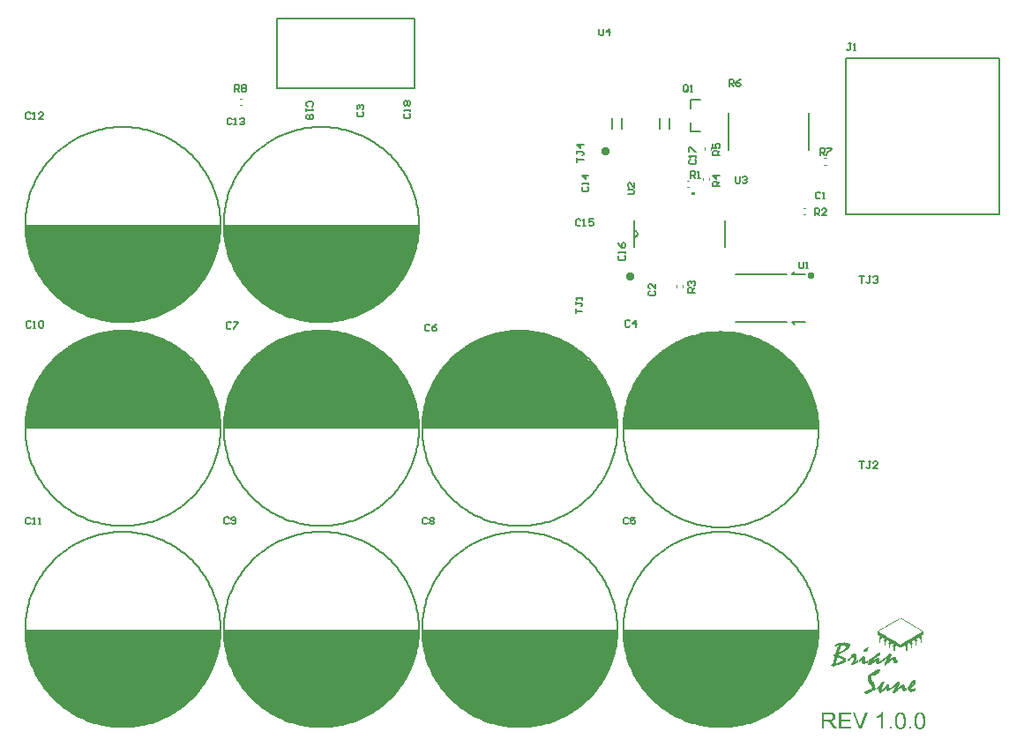
<source format=gto>
G04*
G04 #@! TF.GenerationSoftware,Altium Limited,Altium Designer,19.0.6 (157)*
G04*
G04 Layer_Color=10275833*
%FSLAX25Y25*%
%MOIN*%
G70*
G01*
G75*
%ADD10C,0.00600*%
%ADD11C,0.00800*%
%ADD12C,0.00200*%
%ADD13C,0.02400*%
%ADD14C,0.01800*%
G36*
X257128Y204892D02*
X255628D01*
Y205892D01*
X257128D01*
Y204892D01*
D02*
G37*
G36*
X152678Y193756D02*
X152678D01*
Y193756D01*
X152678Y193756D01*
D02*
G37*
G36*
X77678D02*
X77678D01*
Y193756D01*
X77678Y193756D01*
D02*
G37*
G36*
X152678Y191948D02*
X152324Y188350D01*
X151618Y184803D01*
X150569Y181343D01*
X149185Y178003D01*
X147481Y174814D01*
X145472Y171808D01*
X143178Y169013D01*
X140621Y166456D01*
X137826Y164162D01*
X134820Y162153D01*
X131631Y160449D01*
X128290Y159065D01*
X124830Y158015D01*
X121284Y157310D01*
X117685Y156956D01*
X115878Y156956D01*
Y156956D01*
X114070Y156956D01*
X110472Y157310D01*
X106926Y158016D01*
X103466Y159065D01*
X100125Y160449D01*
X96936Y162153D01*
X93930Y164162D01*
X91135Y166456D01*
X88578Y169013D01*
X86284Y171808D01*
X84276Y174814D01*
X82571Y178003D01*
X81187Y181343D01*
X80138Y184803D01*
X79432Y188350D01*
X79078Y191948D01*
X79078Y193756D01*
X115878Y193756D01*
X152678Y193756D01*
X152678Y191948D01*
D02*
G37*
G36*
X77678D02*
X77324Y188350D01*
X76618Y184803D01*
X75569Y181343D01*
X74185Y178003D01*
X72481Y174814D01*
X70472Y171808D01*
X68178Y169013D01*
X65621Y166456D01*
X62826Y164162D01*
X59820Y162153D01*
X56631Y160449D01*
X53290Y159065D01*
X49830Y158015D01*
X46284Y157310D01*
X42685Y156956D01*
X40878Y156956D01*
Y156956D01*
X39070Y156956D01*
X35472Y157310D01*
X31926Y158016D01*
X28466Y159065D01*
X25125Y160449D01*
X21936Y162153D01*
X18930Y164162D01*
X16135Y166456D01*
X13578Y169013D01*
X11284Y171808D01*
X9276Y174814D01*
X7571Y178003D01*
X6188Y181343D01*
X5138Y184803D01*
X4433Y188350D01*
X4078Y191948D01*
X4078Y193756D01*
X40878Y193756D01*
X77678Y193756D01*
X77678Y191948D01*
D02*
G37*
G36*
X115878Y153556D02*
Y153556D01*
X117686Y153556D01*
X121284Y153201D01*
X124830Y152496D01*
X128290Y151446D01*
X131631Y150063D01*
X134820Y148358D01*
X137826Y146350D01*
X140621Y144056D01*
X143178Y141499D01*
X145472Y138704D01*
X147480Y135698D01*
X149185Y132509D01*
X150568Y129168D01*
X151618Y125708D01*
X152323Y122162D01*
X152678Y118564D01*
X152678Y116756D01*
X115878Y116756D01*
X79078Y116756D01*
X79078Y118564D01*
X79432Y122162D01*
X80137Y125708D01*
X81187Y129168D01*
X82571Y132509D01*
X84275Y135698D01*
X86284Y138704D01*
X88578Y141499D01*
X91135Y144056D01*
X93930Y146350D01*
X96936Y148359D01*
X100125Y150063D01*
X103466Y151447D01*
X106926Y152496D01*
X110472Y153202D01*
X114070Y153556D01*
X115878Y153556D01*
D02*
G37*
G36*
X79078Y116756D02*
X79078Y116756D01*
X79078D01*
Y116756D01*
D02*
G37*
G36*
X190878Y153529D02*
Y153528D01*
X192686Y153528D01*
X196284Y153174D01*
X199830Y152469D01*
X203290Y151419D01*
X206631Y150035D01*
X209820Y148331D01*
X212826Y146322D01*
X215621Y144028D01*
X218178Y141472D01*
X220472Y138677D01*
X222480Y135670D01*
X224185Y132481D01*
X225568Y129141D01*
X226618Y125681D01*
X227323Y122134D01*
X227678Y118536D01*
X227678Y116728D01*
X190878Y116728D01*
D01*
D01*
X154078Y116728D01*
X154078Y118536D01*
X154432Y122134D01*
X155138Y125681D01*
X156187Y129141D01*
X157571Y132481D01*
X159275Y135670D01*
X161284Y138677D01*
X163578Y141472D01*
X166135Y144028D01*
X168930Y146322D01*
X171936Y148331D01*
X175125Y150036D01*
X178466Y151419D01*
X181926Y152469D01*
X185472Y153174D01*
X189070Y153529D01*
X190878Y153529D01*
D02*
G37*
G36*
X40878D02*
Y153528D01*
X42686Y153528D01*
X46284Y153174D01*
X49830Y152469D01*
X53290Y151419D01*
X56631Y150035D01*
X59820Y148331D01*
X62826Y146322D01*
X65621Y144028D01*
X68178Y141472D01*
X70472Y138677D01*
X72480Y135670D01*
X74185Y132481D01*
X75568Y129141D01*
X76618Y125681D01*
X77323Y122134D01*
X77678Y118536D01*
X77678Y116728D01*
X40878Y116728D01*
X4078Y116728D01*
X4078Y118536D01*
X4432Y122134D01*
X5138Y125681D01*
X6187Y129141D01*
X7571Y132481D01*
X9275Y135670D01*
X11284Y138677D01*
X13578Y141472D01*
X16135Y144028D01*
X18930Y146322D01*
X21936Y148331D01*
X25125Y150036D01*
X28466Y151419D01*
X31926Y152469D01*
X35472Y153174D01*
X39070Y153529D01*
X40878Y153529D01*
D02*
G37*
G36*
X154078Y116728D02*
X154078Y116728D01*
X154078D01*
Y116728D01*
D02*
G37*
G36*
X4078D02*
X4078Y116728D01*
X4078D01*
Y116728D01*
D02*
G37*
G36*
X266878Y153056D02*
Y153056D01*
X268686Y153056D01*
X272284Y152701D01*
X275830Y151996D01*
X279290Y150946D01*
X282631Y149563D01*
X285820Y147858D01*
X288826Y145850D01*
X291621Y143556D01*
X294178Y140999D01*
X296472Y138204D01*
X298480Y135198D01*
X300185Y132009D01*
X301568Y128668D01*
X302618Y125208D01*
X303323Y121662D01*
X303678Y118064D01*
X303678Y116256D01*
X266878Y116256D01*
X230078Y116256D01*
X230078Y118064D01*
X230432Y121662D01*
X231137Y125208D01*
X232187Y128668D01*
X233571Y132009D01*
X235275Y135198D01*
X237284Y138204D01*
X239578Y140999D01*
X242135Y143556D01*
X244930Y145850D01*
X247936Y147859D01*
X251125Y149563D01*
X254466Y150947D01*
X257926Y151996D01*
X261472Y152702D01*
X265070Y153056D01*
X266878Y153056D01*
D02*
G37*
G36*
X230078Y116256D02*
X230078Y116256D01*
X230078D01*
Y116256D01*
D02*
G37*
G36*
X152678Y40756D02*
X152678D01*
Y40756D01*
X152678Y40756D01*
D02*
G37*
G36*
X152678Y38948D02*
X152324Y35350D01*
X151618Y31804D01*
X150569Y28343D01*
X149185Y25003D01*
X147481Y21814D01*
X145472Y18808D01*
X143178Y16013D01*
X140621Y13456D01*
X137826Y11162D01*
X134820Y9153D01*
X131631Y7449D01*
X128290Y6065D01*
X124830Y5015D01*
X121284Y4310D01*
X117685Y3956D01*
X115878Y3956D01*
Y3956D01*
X114070Y3956D01*
X110472Y4310D01*
X106926Y5016D01*
X103466Y6065D01*
X100125Y7449D01*
X96936Y9153D01*
X93930Y11162D01*
X91135Y13456D01*
X88578Y16013D01*
X86284Y18808D01*
X84276Y21814D01*
X82571Y25003D01*
X81187Y28343D01*
X80138Y31804D01*
X79432Y35350D01*
X79078Y38948D01*
X79078Y40756D01*
X115878Y40756D01*
X152678Y40756D01*
X152678Y38948D01*
D02*
G37*
G36*
X303678Y40729D02*
X303678D01*
Y40729D01*
X303678Y40729D01*
D02*
G37*
G36*
X227678D02*
X227678D01*
Y40729D01*
X227678Y40729D01*
D02*
G37*
G36*
X77678D02*
X77678D01*
Y40729D01*
X77678Y40729D01*
D02*
G37*
G36*
X303678Y38921D02*
X303324Y35322D01*
X302618Y31776D01*
X301569Y28316D01*
X300185Y24975D01*
X298481Y21787D01*
X296472Y18780D01*
X294178Y15985D01*
X291621Y13428D01*
X288826Y11134D01*
X285820Y9126D01*
X282631Y7421D01*
X279290Y6037D01*
X275830Y4988D01*
X272284Y4282D01*
X268686Y3928D01*
X266878Y3928D01*
Y3928D01*
X265070Y3928D01*
X261472Y4283D01*
X257926Y4988D01*
X254466Y6038D01*
X251125Y7421D01*
X247936Y9126D01*
X244930Y11135D01*
X242135Y13429D01*
X239578Y15985D01*
X237284Y18780D01*
X235276Y21787D01*
X233571Y24975D01*
X232188Y28316D01*
X231138Y31776D01*
X230433Y35322D01*
X230078Y38921D01*
X230078Y40728D01*
X266878Y40728D01*
X303678Y40729D01*
X303678Y38921D01*
D02*
G37*
G36*
X227678D02*
X227324Y35322D01*
X226618Y31776D01*
X225569Y28316D01*
X224185Y24975D01*
X222481Y21787D01*
X220472Y18780D01*
X218178Y15985D01*
X215621Y13428D01*
X212826Y11134D01*
X209820Y9126D01*
X206631Y7421D01*
X203290Y6037D01*
X199830Y4988D01*
X196284Y4282D01*
X192685Y3928D01*
X190878Y3928D01*
Y3928D01*
X189070Y3928D01*
X185472Y4283D01*
X181926Y4988D01*
X178466Y6038D01*
X175125Y7421D01*
X171936Y9126D01*
X168930Y11135D01*
X166135Y13429D01*
X163578Y15985D01*
X161284Y18780D01*
X159276Y21787D01*
X157571Y24975D01*
X156187Y28316D01*
X155138Y31776D01*
X154432Y35322D01*
X154078Y38921D01*
X154078Y40728D01*
X190878Y40728D01*
X227678Y40729D01*
X227678Y38921D01*
D02*
G37*
G36*
X77678D02*
X77324Y35322D01*
X76618Y31776D01*
X75569Y28316D01*
X74185Y24975D01*
X72481Y21787D01*
X70472Y18780D01*
X68178Y15985D01*
X65621Y13428D01*
X62826Y11134D01*
X59820Y9126D01*
X56631Y7421D01*
X53290Y6037D01*
X49830Y4988D01*
X46284Y4282D01*
X42685Y3928D01*
X40878Y3928D01*
Y3928D01*
X39070Y3928D01*
X35472Y4283D01*
X31926Y4988D01*
X28466Y6038D01*
X25125Y7421D01*
X21936Y9126D01*
X18930Y11135D01*
X16135Y13429D01*
X13578Y15985D01*
X11284Y18780D01*
X9276Y21787D01*
X7571Y24975D01*
X6188Y28316D01*
X5138Y31776D01*
X4433Y35322D01*
X4078Y38921D01*
X4078Y40728D01*
X40878Y40728D01*
X77678Y40729D01*
X77678Y38921D01*
D02*
G37*
G36*
X334879Y45045D02*
X335190D01*
Y44889D01*
X335345D01*
Y44734D01*
X335655D01*
Y44579D01*
X335966D01*
Y44424D01*
X336121D01*
Y44269D01*
X336431D01*
Y44113D01*
X336742D01*
Y43958D01*
X337052D01*
Y43803D01*
X337208D01*
Y43648D01*
X337518D01*
Y43492D01*
X337828D01*
Y43337D01*
X337984D01*
Y43182D01*
X338294D01*
Y43027D01*
X338605D01*
Y42871D01*
X338760D01*
Y42716D01*
X339070D01*
Y42561D01*
X339381D01*
Y42406D01*
X339536D01*
Y42250D01*
X339846D01*
Y42095D01*
X340002D01*
Y41940D01*
X340312D01*
Y41785D01*
X340623D01*
Y41630D01*
X340933D01*
Y41474D01*
X341088D01*
Y41319D01*
X341399D01*
Y41164D01*
X341709D01*
Y41009D01*
X341864D01*
Y40854D01*
X342175D01*
Y40698D01*
X342485D01*
Y40543D01*
X342796D01*
Y40388D01*
X342951D01*
Y40233D01*
X343261D01*
Y40077D01*
X343417D01*
Y39922D01*
Y39767D01*
Y39612D01*
Y39456D01*
Y39301D01*
Y39146D01*
Y38991D01*
Y38836D01*
Y38680D01*
X343261D01*
Y38525D01*
X342951D01*
Y38370D01*
X342796D01*
Y38215D01*
X342640D01*
Y38059D01*
Y37904D01*
X342796D01*
Y37749D01*
Y37594D01*
X342951D01*
Y37438D01*
X342796D01*
Y37283D01*
Y37128D01*
Y36973D01*
Y36818D01*
Y36662D01*
Y36507D01*
Y36352D01*
Y36197D01*
Y36042D01*
Y35886D01*
Y35731D01*
X342640D01*
Y35576D01*
X342485D01*
Y35731D01*
X342330D01*
Y35886D01*
Y36042D01*
Y36197D01*
Y36352D01*
Y36507D01*
Y36662D01*
Y36818D01*
Y36973D01*
X342175D01*
Y37128D01*
X342020D01*
Y37283D01*
X341864D01*
Y37438D01*
X341709D01*
Y37594D01*
X341399D01*
Y37438D01*
X341088D01*
Y37283D01*
X340933D01*
Y37128D01*
Y36973D01*
Y36818D01*
X341088D01*
Y36662D01*
Y36507D01*
Y36352D01*
X340933D01*
Y36197D01*
Y36042D01*
Y35886D01*
Y35731D01*
Y35576D01*
Y35421D01*
Y35265D01*
Y35110D01*
Y34955D01*
Y34800D01*
Y34644D01*
X340467D01*
Y34800D01*
Y34955D01*
Y35110D01*
Y35265D01*
Y35421D01*
Y35576D01*
Y35731D01*
Y35886D01*
Y36042D01*
X340312D01*
Y36197D01*
X340157D01*
Y36352D01*
X340002D01*
Y36507D01*
X339536D01*
Y36352D01*
X339226D01*
Y36197D01*
X339070D01*
Y36042D01*
Y35886D01*
X339226D01*
Y35731D01*
Y35576D01*
X339381D01*
Y35421D01*
X339226D01*
Y35265D01*
Y35110D01*
Y34955D01*
Y34800D01*
Y34644D01*
Y34489D01*
Y34334D01*
Y34179D01*
Y34023D01*
Y33868D01*
Y33713D01*
Y33558D01*
X338760D01*
Y33713D01*
Y33868D01*
Y34023D01*
Y34179D01*
Y34334D01*
Y34489D01*
Y34644D01*
Y34800D01*
Y34955D01*
X338605D01*
Y35110D01*
X338449D01*
Y35265D01*
X338294D01*
Y35421D01*
X338139D01*
Y35576D01*
X337828D01*
Y35421D01*
X337673D01*
Y35265D01*
X337363D01*
Y35110D01*
Y34955D01*
Y34800D01*
X337518D01*
Y34644D01*
Y34489D01*
Y34334D01*
X337363D01*
Y34179D01*
Y34023D01*
Y33868D01*
Y33713D01*
Y33558D01*
Y33403D01*
Y33247D01*
Y33092D01*
Y32937D01*
Y32782D01*
Y32627D01*
X337052D01*
Y32782D01*
X336897D01*
Y32937D01*
Y33092D01*
Y33247D01*
Y33403D01*
Y33558D01*
Y33713D01*
Y33868D01*
Y34023D01*
X336742D01*
Y34179D01*
X336587D01*
Y34334D01*
X336431D01*
Y34489D01*
X335966D01*
Y34334D01*
X335655D01*
Y34179D01*
X335500D01*
Y34023D01*
X335190D01*
Y33868D01*
X335034D01*
Y34023D01*
X334879D01*
Y34179D01*
Y34334D01*
Y34489D01*
Y34644D01*
Y34800D01*
Y34955D01*
X335034D01*
Y35110D01*
Y35265D01*
X335190D01*
Y35421D01*
X335500D01*
Y35576D01*
X335810D01*
Y35731D01*
X336121D01*
Y35886D01*
X336276D01*
Y36042D01*
X336587D01*
Y36197D01*
X336897D01*
Y36352D01*
X337052D01*
Y36507D01*
X337363D01*
Y36662D01*
X337673D01*
Y36818D01*
X337984D01*
Y36973D01*
X338294D01*
Y37128D01*
X338449D01*
Y37283D01*
X338760D01*
Y37438D01*
X339070D01*
Y37594D01*
X339226D01*
Y37749D01*
X339536D01*
Y37904D01*
X339846D01*
Y38059D01*
X340157D01*
Y38215D01*
X340312D01*
Y38370D01*
X340623D01*
Y38525D01*
X340933D01*
Y38680D01*
X341244D01*
Y38836D01*
X341399D01*
Y38991D01*
X341709D01*
Y39146D01*
X342020D01*
Y39301D01*
X342330D01*
Y39456D01*
X342485D01*
Y39612D01*
X342796D01*
Y39767D01*
X342951D01*
Y39922D01*
Y40077D01*
X342796D01*
Y40233D01*
X342485D01*
Y40388D01*
X342175D01*
Y40543D01*
X341864D01*
Y40698D01*
X341709D01*
Y40854D01*
X341399D01*
Y41009D01*
X341244D01*
Y41164D01*
X340933D01*
Y41319D01*
X340623D01*
Y41474D01*
X340312D01*
Y41630D01*
X340157D01*
Y41785D01*
X339846D01*
Y41940D01*
X339691D01*
Y42095D01*
X339381D01*
Y42250D01*
X339070D01*
Y42406D01*
X338915D01*
Y42561D01*
X338605D01*
Y42716D01*
X338294D01*
Y42871D01*
X337984D01*
Y43027D01*
X337828D01*
Y43182D01*
X337518D01*
Y43337D01*
X337208D01*
Y43492D01*
X337052D01*
Y43648D01*
X336742D01*
Y43803D01*
X336431D01*
Y43958D01*
X336276D01*
Y44113D01*
X335966D01*
Y44269D01*
X335655D01*
Y44424D01*
X335345D01*
Y44579D01*
X335190D01*
Y44734D01*
X334879D01*
Y44889D01*
X334569D01*
Y44734D01*
X334414D01*
Y44579D01*
X334103D01*
Y44424D01*
X333793D01*
Y44269D01*
X333637D01*
Y44113D01*
X333327D01*
Y43958D01*
X333016D01*
Y43803D01*
X332861D01*
Y43648D01*
X332551D01*
Y43492D01*
X332396D01*
Y43337D01*
X332085D01*
Y43182D01*
X331775D01*
Y43027D01*
X331464D01*
Y42871D01*
X331309D01*
Y42716D01*
X330998D01*
Y42561D01*
X330688D01*
Y42406D01*
X330533D01*
Y42250D01*
X330222D01*
Y42095D01*
X329912D01*
Y41940D01*
X329757D01*
Y41785D01*
X329446D01*
Y41630D01*
X329136D01*
Y41474D01*
X328825D01*
Y41319D01*
X328670D01*
Y41164D01*
X328360D01*
Y41009D01*
X328049D01*
Y40854D01*
X327894D01*
Y40698D01*
X327584D01*
Y40543D01*
X327273D01*
Y40388D01*
X326963D01*
Y40233D01*
X326807D01*
Y40077D01*
X326652D01*
Y39922D01*
Y39767D01*
Y39612D01*
X326963D01*
Y39456D01*
X327273D01*
Y39301D01*
X327584D01*
Y39146D01*
X327739D01*
Y38991D01*
X328049D01*
Y38836D01*
X328360D01*
Y38680D01*
X328670D01*
Y38525D01*
X328980D01*
Y38370D01*
X329136D01*
Y38215D01*
X329446D01*
Y38059D01*
X329601D01*
Y37904D01*
X329912D01*
Y37749D01*
X330222D01*
Y37594D01*
X330533D01*
Y37438D01*
X330688D01*
Y37283D01*
X330998D01*
Y37128D01*
X331309D01*
Y36973D01*
X331619D01*
Y36818D01*
X331775D01*
Y36662D01*
X332085D01*
Y36507D01*
X332396D01*
Y36352D01*
X332706D01*
Y36197D01*
X333016D01*
Y36042D01*
X333172D01*
Y35886D01*
X333482D01*
Y35731D01*
X333793D01*
Y35576D01*
X333948D01*
Y35421D01*
X334258D01*
Y35265D01*
X334414D01*
Y35110D01*
X334569D01*
Y34955D01*
X334724D01*
Y34800D01*
Y34644D01*
Y34489D01*
Y34334D01*
Y34179D01*
Y34023D01*
X334569D01*
Y33868D01*
X334414D01*
Y34023D01*
X334103D01*
Y34179D01*
X333793D01*
Y34334D01*
X333482D01*
Y34489D01*
X333172D01*
Y34334D01*
X333016D01*
Y34179D01*
X332861D01*
Y34023D01*
X332706D01*
Y33868D01*
Y33713D01*
Y33558D01*
Y33403D01*
Y33247D01*
Y33092D01*
Y32937D01*
Y32782D01*
Y32627D01*
X332240D01*
Y32782D01*
Y32937D01*
Y33092D01*
Y33247D01*
Y33403D01*
Y33558D01*
Y33713D01*
Y33868D01*
Y34023D01*
Y34179D01*
Y34334D01*
X331930D01*
Y34489D01*
X332085D01*
Y34644D01*
Y34800D01*
X332240D01*
Y34955D01*
Y35110D01*
Y35265D01*
X331930D01*
Y35421D01*
X331619D01*
Y35576D01*
X331464D01*
Y35421D01*
X331309D01*
Y35265D01*
X331154D01*
Y35110D01*
X330998D01*
Y34955D01*
X330843D01*
Y34800D01*
Y34644D01*
Y34489D01*
Y34334D01*
Y34179D01*
Y34023D01*
Y33868D01*
Y33713D01*
Y33558D01*
X330533D01*
Y33713D01*
X330378D01*
Y33868D01*
Y34023D01*
Y34179D01*
Y34334D01*
Y34489D01*
Y34644D01*
Y34800D01*
Y34955D01*
Y35110D01*
Y35265D01*
Y35421D01*
X330222D01*
Y35576D01*
X330378D01*
Y35731D01*
Y35886D01*
X330533D01*
Y36042D01*
Y36197D01*
X330378D01*
Y36352D01*
X330067D01*
Y36507D01*
X329601D01*
Y36352D01*
X329446D01*
Y36197D01*
X329291D01*
Y36042D01*
X329136D01*
Y35886D01*
Y35731D01*
Y35576D01*
Y35421D01*
Y35265D01*
Y35110D01*
Y34955D01*
Y34800D01*
Y34644D01*
X328670D01*
Y34800D01*
Y34955D01*
Y35110D01*
Y35265D01*
Y35421D01*
Y35576D01*
Y35731D01*
Y35886D01*
Y36042D01*
Y36197D01*
Y36352D01*
X328515D01*
Y36507D01*
Y36662D01*
Y36818D01*
X328670D01*
Y36973D01*
Y37128D01*
Y37283D01*
X328515D01*
Y37438D01*
X328204D01*
Y37594D01*
X327894D01*
Y37438D01*
X327739D01*
Y37283D01*
X327584D01*
Y37128D01*
X327428D01*
Y36973D01*
X327273D01*
Y36818D01*
Y36662D01*
Y36507D01*
Y36352D01*
Y36197D01*
Y36042D01*
Y35886D01*
Y35731D01*
X327118D01*
Y35576D01*
X326963D01*
Y35731D01*
X326807D01*
Y35886D01*
Y36042D01*
Y36197D01*
Y36352D01*
Y36507D01*
Y36662D01*
Y36818D01*
Y36973D01*
Y37128D01*
Y37283D01*
Y37438D01*
X326652D01*
Y37594D01*
X326807D01*
Y37749D01*
Y37904D01*
X326963D01*
Y38059D01*
Y38215D01*
X326807D01*
Y38370D01*
X326497D01*
Y38525D01*
X326342D01*
Y38680D01*
X326186D01*
Y38836D01*
Y38991D01*
Y39146D01*
Y39301D01*
Y39456D01*
Y39612D01*
Y39767D01*
Y39922D01*
Y40077D01*
X326342D01*
Y40233D01*
X326497D01*
Y40388D01*
X326807D01*
Y40543D01*
X327118D01*
Y40698D01*
X327273D01*
Y40854D01*
X327584D01*
Y41009D01*
X327894D01*
Y41164D01*
X328049D01*
Y41319D01*
X328360D01*
Y41474D01*
X328670D01*
Y41630D01*
X328825D01*
Y41785D01*
X329136D01*
Y41940D01*
X329446D01*
Y42095D01*
X329601D01*
Y42250D01*
X329912D01*
Y42406D01*
X330222D01*
Y42561D01*
X330533D01*
Y42716D01*
X330688D01*
Y42871D01*
X330998D01*
Y43027D01*
X331309D01*
Y43182D01*
X331464D01*
Y43337D01*
X331775D01*
Y43492D01*
X332085D01*
Y43648D01*
X332396D01*
Y43803D01*
X332551D01*
Y43958D01*
X332861D01*
Y44113D01*
X333172D01*
Y44269D01*
X333327D01*
Y44424D01*
X333637D01*
Y44579D01*
X333948D01*
Y44734D01*
X334258D01*
Y44889D01*
X334414D01*
Y45045D01*
X334724D01*
Y45200D01*
X334879D01*
Y45045D01*
D02*
G37*
G36*
X322771Y33713D02*
Y33558D01*
X322616D01*
Y33403D01*
Y33247D01*
X322461D01*
Y33092D01*
Y32937D01*
X322306D01*
Y32782D01*
Y32627D01*
X322150D01*
Y32471D01*
X321995D01*
Y32316D01*
X321685D01*
Y32161D01*
X321064D01*
Y32316D01*
X320909D01*
Y32471D01*
Y32627D01*
Y32782D01*
Y32937D01*
X321064D01*
Y33092D01*
X321219D01*
Y33247D01*
X321374D01*
Y33403D01*
X321530D01*
Y33558D01*
X321685D01*
Y33713D01*
X321995D01*
Y33868D01*
X322771D01*
Y33713D01*
D02*
G37*
G36*
X330998Y31385D02*
X331154D01*
Y31229D01*
X331309D01*
Y31074D01*
Y30919D01*
Y30764D01*
X331154D01*
Y30608D01*
Y30453D01*
X330998D01*
Y30298D01*
Y30143D01*
X330843D01*
Y29988D01*
Y29832D01*
Y29677D01*
X330688D01*
Y29522D01*
Y29367D01*
X330843D01*
Y29522D01*
X330998D01*
Y29677D01*
X331154D01*
Y29832D01*
X331309D01*
Y29988D01*
X331619D01*
Y30143D01*
X331775D01*
Y30298D01*
X332085D01*
Y30453D01*
X332861D01*
Y30298D01*
X333016D01*
Y30143D01*
Y29988D01*
X333172D01*
Y29832D01*
Y29677D01*
Y29522D01*
Y29367D01*
Y29212D01*
X333327D01*
Y29056D01*
X333793D01*
Y28901D01*
Y28746D01*
Y28591D01*
X333948D01*
Y28435D01*
X333637D01*
Y28280D01*
X333482D01*
Y28125D01*
X333327D01*
Y27970D01*
X332396D01*
Y28125D01*
X332240D01*
Y28280D01*
Y28435D01*
X332085D01*
Y28591D01*
Y28746D01*
Y28901D01*
X331930D01*
Y29056D01*
X331775D01*
Y29212D01*
X331619D01*
Y29056D01*
X331464D01*
Y28901D01*
X331154D01*
Y28746D01*
X330998D01*
Y28591D01*
X330688D01*
Y28435D01*
X330533D01*
Y28280D01*
Y28125D01*
X330378D01*
Y27970D01*
X330067D01*
Y27814D01*
X329912D01*
Y27659D01*
X329757D01*
Y27504D01*
X329601D01*
Y27349D01*
X329446D01*
Y27193D01*
X329136D01*
Y27038D01*
X328670D01*
Y27193D01*
Y27349D01*
Y27504D01*
Y27659D01*
Y27814D01*
Y27970D01*
X328825D01*
Y28125D01*
Y28280D01*
X328980D01*
Y28435D01*
Y28591D01*
X329136D01*
Y28746D01*
Y28901D01*
X329291D01*
Y29056D01*
Y29212D01*
X329446D01*
Y29367D01*
Y29522D01*
X329136D01*
Y29367D01*
X328980D01*
Y29212D01*
X328825D01*
Y29056D01*
X328670D01*
Y28901D01*
X328515D01*
Y28746D01*
X328204D01*
Y28591D01*
X327894D01*
Y28746D01*
Y28901D01*
Y29056D01*
Y29212D01*
X328049D01*
Y29367D01*
X328204D01*
Y29522D01*
X328360D01*
Y29677D01*
X328515D01*
Y29832D01*
X328670D01*
Y29988D01*
X328825D01*
Y30143D01*
X328980D01*
Y30298D01*
X329136D01*
Y30453D01*
X329446D01*
Y30608D01*
X329601D01*
Y30764D01*
X329757D01*
Y30919D01*
X329912D01*
Y31074D01*
X330067D01*
Y31229D01*
X330222D01*
Y31385D01*
X330533D01*
Y31540D01*
X330998D01*
Y31385D01*
D02*
G37*
G36*
X327273Y31695D02*
Y31540D01*
Y31385D01*
X327118D01*
Y31229D01*
X326963D01*
Y31074D01*
X326807D01*
Y30919D01*
X326652D01*
Y30764D01*
X326342D01*
Y30608D01*
X326186D01*
Y30453D01*
X326031D01*
Y30298D01*
X325876D01*
Y30143D01*
X325721D01*
Y29988D01*
X325410D01*
Y29832D01*
X325255D01*
Y29677D01*
X325100D01*
Y29522D01*
X324945D01*
Y29367D01*
X325255D01*
Y29522D01*
X325410D01*
Y29677D01*
X325721D01*
Y29832D01*
X325876D01*
Y29988D01*
X326031D01*
Y30143D01*
X326807D01*
Y29988D01*
Y29832D01*
Y29677D01*
Y29522D01*
Y29367D01*
X326652D01*
Y29212D01*
Y29056D01*
Y28901D01*
X326807D01*
Y28746D01*
X327118D01*
Y28901D01*
X327273D01*
Y29056D01*
X327584D01*
Y28901D01*
X327739D01*
Y28746D01*
Y28591D01*
Y28435D01*
X327584D01*
Y28280D01*
X327428D01*
Y28125D01*
X327273D01*
Y27970D01*
X326963D01*
Y27814D01*
X326652D01*
Y27659D01*
X325876D01*
Y27814D01*
X325721D01*
Y27970D01*
X325566D01*
Y28125D01*
Y28280D01*
Y28435D01*
Y28591D01*
Y28746D01*
X325410D01*
Y28591D01*
X325255D01*
Y28435D01*
X324945D01*
Y28280D01*
X324789D01*
Y28125D01*
X324634D01*
Y27970D01*
X324479D01*
Y27814D01*
X324168D01*
Y27659D01*
X324013D01*
Y27504D01*
X323703D01*
Y27349D01*
X323392D01*
Y27193D01*
X322616D01*
Y27349D01*
Y27504D01*
X322461D01*
Y27659D01*
Y27814D01*
X322616D01*
Y27970D01*
Y28125D01*
X322771D01*
Y28280D01*
X322927D01*
Y28435D01*
Y28591D01*
Y28746D01*
Y28901D01*
Y29056D01*
Y29212D01*
Y29367D01*
X323237D01*
Y29522D01*
X323392D01*
Y29677D01*
X323703D01*
Y29832D01*
X323858D01*
Y29988D01*
X324013D01*
Y30143D01*
X324168D01*
Y30298D01*
X324324D01*
Y30453D01*
X324634D01*
Y30608D01*
X324789D01*
Y30764D01*
X325100D01*
Y30919D01*
X325255D01*
Y31074D01*
X325410D01*
Y31229D01*
X325721D01*
Y31385D01*
X325876D01*
Y31540D01*
X326186D01*
Y31695D01*
X326497D01*
Y31850D01*
X327273D01*
Y31695D01*
D02*
G37*
G36*
X321064Y30453D02*
X321219D01*
Y30298D01*
X321374D01*
Y30143D01*
Y29988D01*
Y29832D01*
Y29677D01*
Y29522D01*
Y29367D01*
Y29212D01*
Y29056D01*
Y28901D01*
Y28746D01*
X321530D01*
Y28591D01*
X321685D01*
Y28746D01*
X321995D01*
Y28901D01*
X322306D01*
Y29056D01*
X322616D01*
Y28901D01*
Y28746D01*
Y28591D01*
X322771D01*
Y28435D01*
X322461D01*
Y28280D01*
X322306D01*
Y28125D01*
X321995D01*
Y27970D01*
X321840D01*
Y27814D01*
X321530D01*
Y27659D01*
X320443D01*
Y27814D01*
X320288D01*
Y27970D01*
Y28125D01*
Y28280D01*
Y28435D01*
X320133D01*
Y28591D01*
Y28746D01*
X319977D01*
Y28901D01*
X319667D01*
Y28746D01*
X319512D01*
Y28591D01*
X319356D01*
Y28435D01*
X319201D01*
Y28591D01*
X319046D01*
Y28746D01*
Y28901D01*
Y29056D01*
Y29212D01*
X319201D01*
Y29367D01*
X319356D01*
Y29522D01*
X319512D01*
Y29677D01*
X319667D01*
Y29832D01*
X319822D01*
Y29988D01*
X320133D01*
Y30143D01*
X320288D01*
Y30298D01*
X320443D01*
Y30453D01*
X320598D01*
Y30608D01*
X321064D01*
Y30453D01*
D02*
G37*
G36*
X317649Y31385D02*
X317804D01*
Y31229D01*
X317959D01*
Y31074D01*
X318115D01*
Y30919D01*
Y30764D01*
X318270D01*
Y30608D01*
Y30453D01*
Y30298D01*
Y30143D01*
Y29988D01*
Y29832D01*
X318115D01*
Y29677D01*
Y29522D01*
Y29367D01*
X317959D01*
Y29212D01*
Y29056D01*
X317804D01*
Y28901D01*
Y28746D01*
X317649D01*
Y28591D01*
Y28435D01*
X317804D01*
Y28591D01*
X317959D01*
Y28746D01*
X318115D01*
Y28901D01*
X318425D01*
Y29056D01*
X318580D01*
Y29212D01*
X318736D01*
Y29056D01*
Y28901D01*
X318891D01*
Y28746D01*
Y28591D01*
Y28435D01*
X318736D01*
Y28280D01*
X318425D01*
Y28125D01*
X318270D01*
Y27970D01*
X317959D01*
Y27814D01*
X317649D01*
Y27659D01*
X317494D01*
Y27504D01*
X317183D01*
Y27349D01*
X316873D01*
Y27193D01*
X316407D01*
Y27349D01*
X316252D01*
Y27504D01*
Y27659D01*
Y27814D01*
Y27970D01*
X316407D01*
Y28125D01*
X316562D01*
Y28280D01*
Y28435D01*
X316718D01*
Y28591D01*
Y28746D01*
X316873D01*
Y28901D01*
Y29056D01*
X317028D01*
Y29212D01*
Y29367D01*
Y29522D01*
Y29677D01*
X317183D01*
Y29832D01*
Y29988D01*
X317028D01*
Y30143D01*
X316718D01*
Y29988D01*
X316407D01*
Y29832D01*
X316252D01*
Y29677D01*
X316097D01*
Y29522D01*
X315942D01*
Y29367D01*
X315786D01*
Y29212D01*
X315631D01*
Y29056D01*
X315476D01*
Y28901D01*
X315165D01*
Y28746D01*
X315010D01*
Y28591D01*
X314700D01*
Y28746D01*
Y28901D01*
Y29056D01*
Y29212D01*
Y29367D01*
X314855D01*
Y29522D01*
X315165D01*
Y29677D01*
X315320D01*
Y29832D01*
X315476D01*
Y29988D01*
X315631D01*
Y30143D01*
X315786D01*
Y30298D01*
X315942D01*
Y30453D01*
X316097D01*
Y30608D01*
X316252D01*
Y30764D01*
Y30919D01*
Y31074D01*
Y31229D01*
X316562D01*
Y31385D01*
X316718D01*
Y31540D01*
X317649D01*
Y31385D01*
D02*
G37*
G36*
X313768Y35731D02*
X314855D01*
Y35576D01*
X315010D01*
Y35421D01*
X315476D01*
Y35265D01*
X315631D01*
Y35110D01*
Y34955D01*
Y34800D01*
Y34644D01*
Y34489D01*
Y34334D01*
Y34179D01*
X315476D01*
Y34023D01*
Y33868D01*
X315320D01*
Y33713D01*
Y33558D01*
X315165D01*
Y33403D01*
X315010D01*
Y33247D01*
X314700D01*
Y33092D01*
X314389D01*
Y32937D01*
X314234D01*
Y32782D01*
X313924D01*
Y32627D01*
X313768D01*
Y32471D01*
X313458D01*
Y32316D01*
X313303D01*
Y32161D01*
X312992D01*
Y32006D01*
X312682D01*
Y31850D01*
X312371D01*
Y31695D01*
X312061D01*
Y31540D01*
X311750D01*
Y31385D01*
X311595D01*
Y31229D01*
X311440D01*
Y31074D01*
X311595D01*
Y30919D01*
X311906D01*
Y30764D01*
X312216D01*
Y30608D01*
X312682D01*
Y30453D01*
X312992D01*
Y30298D01*
X313303D01*
Y30143D01*
X313613D01*
Y29988D01*
X313924D01*
Y29832D01*
X314079D01*
Y29677D01*
X314234D01*
Y29522D01*
Y29367D01*
Y29212D01*
Y29056D01*
Y28901D01*
Y28746D01*
X314079D01*
Y28591D01*
Y28435D01*
X313768D01*
Y28280D01*
X313613D01*
Y28125D01*
X313303D01*
Y27970D01*
X312992D01*
Y27814D01*
X312682D01*
Y27659D01*
X312216D01*
Y27504D01*
X311750D01*
Y27349D01*
X311129D01*
Y27193D01*
X310508D01*
Y27038D01*
X310043D01*
Y26883D01*
X309888D01*
Y26728D01*
Y26573D01*
X309267D01*
Y26728D01*
Y26883D01*
X308490D01*
Y27038D01*
Y27193D01*
Y27349D01*
X308646D01*
Y27504D01*
X308956D01*
Y27659D01*
X309111D01*
Y27814D01*
X309267D01*
Y27970D01*
X309422D01*
Y28125D01*
Y28280D01*
Y28435D01*
Y28591D01*
X309577D01*
Y28746D01*
Y28901D01*
Y29056D01*
Y29212D01*
Y29367D01*
X309732D01*
Y29522D01*
Y29677D01*
Y29832D01*
X309888D01*
Y29988D01*
Y30143D01*
Y30298D01*
Y30453D01*
X309732D01*
Y30608D01*
X309422D01*
Y30764D01*
Y30919D01*
Y31074D01*
Y31229D01*
X309732D01*
Y31385D01*
X310043D01*
Y31540D01*
X310198D01*
Y31695D01*
Y31850D01*
Y32006D01*
X310353D01*
Y32161D01*
Y32316D01*
Y32471D01*
X310508D01*
Y32627D01*
Y32782D01*
Y32937D01*
X310664D01*
Y33092D01*
Y33247D01*
Y33403D01*
Y33558D01*
X310819D01*
Y33713D01*
Y33868D01*
X310974D01*
Y34023D01*
X311129D01*
Y34179D01*
X311285D01*
Y34334D01*
X311440D01*
Y34489D01*
Y34644D01*
X311285D01*
Y34489D01*
X310664D01*
Y34334D01*
X309888D01*
Y34489D01*
Y34644D01*
X310043D01*
Y34800D01*
Y34955D01*
X310353D01*
Y35110D01*
Y35265D01*
X310819D01*
Y35421D01*
X311285D01*
Y35576D01*
X311906D01*
Y35731D01*
X313458D01*
Y35886D01*
X313768D01*
Y35731D01*
D02*
G37*
G36*
X326652Y25486D02*
X326963D01*
Y25331D01*
Y25176D01*
Y25020D01*
Y24865D01*
X326807D01*
Y24710D01*
Y24555D01*
Y24399D01*
X326652D01*
Y24244D01*
X326342D01*
Y24089D01*
X326186D01*
Y23934D01*
X325876D01*
Y23778D01*
X325721D01*
Y23623D01*
X325410D01*
Y23468D01*
X325100D01*
Y23313D01*
X324479D01*
Y23468D01*
Y23623D01*
X324324D01*
Y23468D01*
X324168D01*
Y23313D01*
X324013D01*
Y23158D01*
X323858D01*
Y23002D01*
X323703D01*
Y22847D01*
Y22692D01*
Y22537D01*
Y22381D01*
Y22226D01*
Y22071D01*
X323858D01*
Y21916D01*
Y21761D01*
Y21605D01*
X324013D01*
Y21450D01*
X324168D01*
Y21295D01*
Y21140D01*
X324324D01*
Y20984D01*
X324479D01*
Y20829D01*
X324634D01*
Y20674D01*
Y20519D01*
X324789D01*
Y20364D01*
X324945D01*
Y20208D01*
Y20053D01*
X325100D01*
Y19898D01*
Y19743D01*
X325255D01*
Y19587D01*
Y19432D01*
Y19277D01*
Y19122D01*
Y18967D01*
Y18811D01*
Y18656D01*
Y18501D01*
X325566D01*
Y18346D01*
Y18190D01*
Y18035D01*
Y17880D01*
X325100D01*
Y17725D01*
X324324D01*
Y17569D01*
X324168D01*
Y17414D01*
X324013D01*
Y17259D01*
X323703D01*
Y17104D01*
X323548D01*
Y16949D01*
X323237D01*
Y16793D01*
X322927D01*
Y16638D01*
X322616D01*
Y16483D01*
X322306D01*
Y16328D01*
X321374D01*
Y16483D01*
X321064D01*
Y16638D01*
Y16793D01*
Y16949D01*
Y17104D01*
X321219D01*
Y17259D01*
X321374D01*
Y17414D01*
X321685D01*
Y17569D01*
X321995D01*
Y17725D01*
X322461D01*
Y17880D01*
X322771D01*
Y18035D01*
X323082D01*
Y18190D01*
X323548D01*
Y18035D01*
X323703D01*
Y18190D01*
Y18346D01*
X323858D01*
Y18501D01*
X324013D01*
Y18656D01*
Y18811D01*
Y18967D01*
Y19122D01*
X323858D01*
Y19277D01*
Y19432D01*
X323703D01*
Y19587D01*
X323548D01*
Y19743D01*
Y19898D01*
X323392D01*
Y20053D01*
X323237D01*
Y20208D01*
X323082D01*
Y20364D01*
X322927D01*
Y20519D01*
X322771D01*
Y20674D01*
Y20829D01*
X322616D01*
Y20984D01*
Y21140D01*
X322461D01*
Y21295D01*
X322306D01*
Y21450D01*
Y21605D01*
Y21761D01*
Y21916D01*
Y22071D01*
Y22226D01*
Y22381D01*
Y22537D01*
Y22692D01*
X322461D01*
Y22847D01*
Y23002D01*
X322616D01*
Y23158D01*
X322771D01*
Y23313D01*
Y23468D01*
X322927D01*
Y23623D01*
X323082D01*
Y23778D01*
X323237D01*
Y23934D01*
X323392D01*
Y24089D01*
X323703D01*
Y24244D01*
X323858D01*
Y24399D01*
X324013D01*
Y24555D01*
X324324D01*
Y24710D01*
X324634D01*
Y24865D01*
X324945D01*
Y25020D01*
X325100D01*
Y25176D01*
X325566D01*
Y25331D01*
X325876D01*
Y25486D01*
X326342D01*
Y25641D01*
X326652D01*
Y25486D01*
D02*
G37*
G36*
X334414Y20829D02*
X334569D01*
Y20674D01*
Y20519D01*
Y20364D01*
Y20208D01*
X334414D01*
Y20053D01*
Y19898D01*
Y19743D01*
X334258D01*
Y19587D01*
Y19432D01*
X334103D01*
Y19277D01*
Y19122D01*
X333948D01*
Y18967D01*
Y18811D01*
X334103D01*
Y18967D01*
X334258D01*
Y19122D01*
X334569D01*
Y19277D01*
X334724D01*
Y19432D01*
X334879D01*
Y19587D01*
X335034D01*
Y19743D01*
X335345D01*
Y19898D01*
X336121D01*
Y19743D01*
X336276D01*
Y19587D01*
X336431D01*
Y19432D01*
Y19277D01*
Y19122D01*
Y18967D01*
Y18811D01*
Y18656D01*
X336587D01*
Y18501D01*
X337052D01*
Y18346D01*
Y18190D01*
X337208D01*
Y18035D01*
Y17880D01*
X337052D01*
Y17725D01*
X336742D01*
Y17569D01*
X336587D01*
Y17414D01*
X335655D01*
Y17569D01*
X335500D01*
Y17725D01*
Y17880D01*
Y18035D01*
X335345D01*
Y18190D01*
Y18346D01*
X335190D01*
Y18501D01*
X334724D01*
Y18346D01*
X334569D01*
Y18190D01*
X334258D01*
Y18035D01*
X334103D01*
Y17880D01*
X333948D01*
Y17725D01*
X333793D01*
Y17569D01*
X333637D01*
Y17414D01*
X333482D01*
Y17259D01*
X333172D01*
Y17104D01*
X333016D01*
Y16949D01*
X332861D01*
Y16793D01*
X332706D01*
Y16638D01*
X332396D01*
Y16483D01*
X331930D01*
Y16638D01*
Y16793D01*
Y16949D01*
Y17104D01*
Y17259D01*
Y17414D01*
X332085D01*
Y17569D01*
Y17725D01*
X332240D01*
Y17880D01*
Y18035D01*
X332396D01*
Y18190D01*
Y18346D01*
X332551D01*
Y18501D01*
Y18656D01*
X332706D01*
Y18811D01*
Y18967D01*
X332551D01*
Y18811D01*
X332240D01*
Y18656D01*
X332085D01*
Y18501D01*
X331930D01*
Y18346D01*
X331775D01*
Y18190D01*
X331619D01*
Y18035D01*
X331464D01*
Y17880D01*
X331309D01*
Y18035D01*
Y18190D01*
X331154D01*
Y18346D01*
Y18501D01*
Y18656D01*
X331309D01*
Y18811D01*
X331464D01*
Y18967D01*
X331619D01*
Y19122D01*
X331775D01*
Y19277D01*
X331930D01*
Y19432D01*
X332240D01*
Y19587D01*
X332396D01*
Y19743D01*
X332551D01*
Y19898D01*
X332706D01*
Y20053D01*
X332861D01*
Y20208D01*
X333016D01*
Y20364D01*
X333172D01*
Y20519D01*
X333327D01*
Y20674D01*
X333482D01*
Y20829D01*
X333793D01*
Y20984D01*
X334414D01*
Y20829D01*
D02*
G37*
G36*
X328670D02*
Y20674D01*
Y20519D01*
X328515D01*
Y20364D01*
Y20208D01*
X328360D01*
Y20053D01*
Y19898D01*
X328204D01*
Y19743D01*
Y19587D01*
X328049D01*
Y19432D01*
Y19277D01*
Y19122D01*
X327894D01*
Y18967D01*
Y18811D01*
Y18656D01*
X327739D01*
Y18501D01*
Y18346D01*
Y18190D01*
Y18035D01*
Y17880D01*
X327894D01*
Y18035D01*
X328049D01*
Y18190D01*
X328204D01*
Y18346D01*
X328360D01*
Y18501D01*
X328515D01*
Y18656D01*
X328670D01*
Y18811D01*
X328825D01*
Y18967D01*
X328980D01*
Y19122D01*
X329136D01*
Y19277D01*
X329291D01*
Y19432D01*
X329446D01*
Y19587D01*
Y19743D01*
X329601D01*
Y19898D01*
X330378D01*
Y19743D01*
Y19587D01*
Y19432D01*
Y19277D01*
Y19122D01*
Y18967D01*
Y18811D01*
Y18656D01*
Y18501D01*
X330998D01*
Y18346D01*
Y18190D01*
Y18035D01*
Y17880D01*
X330843D01*
Y17725D01*
X330533D01*
Y17569D01*
X330067D01*
Y17414D01*
X329757D01*
Y17569D01*
X329446D01*
Y17725D01*
X329291D01*
Y17880D01*
Y18035D01*
Y18190D01*
X328980D01*
Y18035D01*
X328825D01*
Y17880D01*
X328670D01*
Y17725D01*
X328515D01*
Y17569D01*
X328360D01*
Y17414D01*
X328204D01*
Y17259D01*
X327894D01*
Y17104D01*
X327739D01*
Y16949D01*
X327428D01*
Y16793D01*
X326807D01*
Y16949D01*
X326652D01*
Y17104D01*
Y17259D01*
X326497D01*
Y17414D01*
Y17569D01*
Y17725D01*
Y17880D01*
Y18035D01*
Y18190D01*
X326652D01*
Y18346D01*
X326342D01*
Y18190D01*
X326186D01*
Y18035D01*
X326031D01*
Y17880D01*
X325876D01*
Y18035D01*
Y18190D01*
Y18346D01*
X325721D01*
Y18501D01*
Y18656D01*
X325876D01*
Y18811D01*
X326031D01*
Y18967D01*
X326186D01*
Y19122D01*
X326342D01*
Y19277D01*
X326497D01*
Y19432D01*
X326652D01*
Y19587D01*
X326807D01*
Y19743D01*
X326963D01*
Y19898D01*
X327118D01*
Y20053D01*
X327273D01*
Y20208D01*
X327428D01*
Y20364D01*
X327584D01*
Y20519D01*
X327739D01*
Y20674D01*
X327894D01*
Y20829D01*
X328204D01*
Y20984D01*
X328670D01*
Y20829D01*
D02*
G37*
G36*
X340467Y21605D02*
X340623D01*
Y21450D01*
Y21295D01*
Y21140D01*
Y20984D01*
Y20829D01*
Y20674D01*
Y20519D01*
X340467D01*
Y20364D01*
Y20208D01*
X340312D01*
Y20053D01*
X340157D01*
Y19898D01*
X340002D01*
Y19743D01*
X339846D01*
Y19587D01*
X339691D01*
Y19432D01*
X339536D01*
Y19277D01*
X339381D01*
Y19122D01*
X339226D01*
Y18967D01*
X339070D01*
Y18811D01*
X338915D01*
Y18656D01*
Y18501D01*
Y18346D01*
X339226D01*
Y18190D01*
X339536D01*
Y18346D01*
X340002D01*
Y18501D01*
X340467D01*
Y18346D01*
X340623D01*
Y18190D01*
Y18035D01*
Y17880D01*
X340467D01*
Y17725D01*
X340157D01*
Y17569D01*
X340002D01*
Y17414D01*
X339691D01*
Y17259D01*
X339070D01*
Y17104D01*
X338449D01*
Y17259D01*
X338139D01*
Y17414D01*
X337984D01*
Y17569D01*
Y17725D01*
X337828D01*
Y17880D01*
Y18035D01*
X337363D01*
Y18190D01*
Y18346D01*
Y18501D01*
Y18656D01*
Y18811D01*
X337518D01*
Y18967D01*
X337828D01*
Y19122D01*
Y19277D01*
X337984D01*
Y19432D01*
Y19587D01*
Y19743D01*
X338139D01*
Y19898D01*
Y20053D01*
X338294D01*
Y20208D01*
X338449D01*
Y20364D01*
Y20519D01*
X338605D01*
Y20674D01*
X338760D01*
Y20829D01*
X338915D01*
Y20984D01*
X339070D01*
Y21140D01*
X339226D01*
Y21295D01*
X339381D01*
Y21450D01*
X339536D01*
Y21605D01*
X339846D01*
Y21761D01*
X340467D01*
Y21605D01*
D02*
G37*
G36*
X320004Y3150D02*
X319129D01*
X316688Y9454D01*
X317599D01*
X319239Y4871D01*
Y4862D01*
X319248Y4844D01*
X319257Y4817D01*
X319275Y4780D01*
X319284Y4726D01*
X319302Y4671D01*
X319348Y4534D01*
X319403Y4380D01*
X319457Y4206D01*
X319567Y3842D01*
Y3851D01*
X319576Y3869D01*
X319585Y3897D01*
X319594Y3933D01*
X319621Y4033D01*
X319667Y4170D01*
X319712Y4325D01*
X319767Y4498D01*
X319831Y4680D01*
X319904Y4871D01*
X321616Y9454D01*
X322463D01*
X320004Y3150D01*
D02*
G37*
G36*
X338925D02*
X338042D01*
Y4033D01*
X338925D01*
Y3150D01*
D02*
G37*
G36*
X331574D02*
X330690D01*
Y4033D01*
X331574D01*
Y3150D01*
D02*
G37*
G36*
X328267D02*
X327492D01*
Y8078D01*
X327483Y8069D01*
X327438Y8033D01*
X327383Y7978D01*
X327292Y7914D01*
X327192Y7832D01*
X327064Y7741D01*
X326918Y7641D01*
X326754Y7541D01*
X326745D01*
X326736Y7531D01*
X326681Y7495D01*
X326590Y7450D01*
X326481Y7395D01*
X326354Y7331D01*
X326217Y7267D01*
X326080Y7204D01*
X325944Y7149D01*
Y7896D01*
X325953D01*
X325971Y7914D01*
X326007Y7923D01*
X326053Y7951D01*
X326108Y7978D01*
X326171Y8014D01*
X326326Y8106D01*
X326508Y8206D01*
X326691Y8333D01*
X326882Y8479D01*
X327073Y8634D01*
X327082Y8643D01*
X327091Y8652D01*
X327119Y8679D01*
X327155Y8707D01*
X327237Y8798D01*
X327346Y8907D01*
X327456Y9035D01*
X327574Y9180D01*
X327675Y9326D01*
X327766Y9481D01*
X328267D01*
Y3150D01*
D02*
G37*
G36*
X316041Y8707D02*
X312315D01*
Y6785D01*
X315804D01*
Y6038D01*
X312315D01*
Y3897D01*
X316187D01*
Y3150D01*
X311477D01*
Y9454D01*
X316041D01*
Y8707D01*
D02*
G37*
G36*
X308115Y9445D02*
X308197D01*
X308389Y9436D01*
X308589Y9408D01*
X308808Y9381D01*
X309008Y9335D01*
X309108Y9308D01*
X309190Y9281D01*
X309199D01*
X309208Y9272D01*
X309263Y9244D01*
X309345Y9208D01*
X309445Y9144D01*
X309555Y9062D01*
X309673Y8953D01*
X309782Y8825D01*
X309892Y8679D01*
Y8670D01*
X309901Y8661D01*
X309937Y8607D01*
X309974Y8515D01*
X310028Y8397D01*
X310074Y8260D01*
X310120Y8096D01*
X310147Y7923D01*
X310156Y7732D01*
Y7723D01*
Y7705D01*
Y7668D01*
X310147Y7623D01*
Y7559D01*
X310138Y7495D01*
X310101Y7340D01*
X310047Y7158D01*
X309974Y6967D01*
X309864Y6775D01*
X309791Y6684D01*
X309719Y6593D01*
X309710Y6584D01*
X309700Y6575D01*
X309673Y6548D01*
X309637Y6520D01*
X309591Y6484D01*
X309537Y6447D01*
X309464Y6402D01*
X309391Y6347D01*
X309300Y6302D01*
X309199Y6256D01*
X309090Y6202D01*
X308972Y6156D01*
X308835Y6120D01*
X308698Y6074D01*
X308543Y6047D01*
X308380Y6019D01*
X308398Y6010D01*
X308434Y5992D01*
X308489Y5956D01*
X308562Y5919D01*
X308726Y5819D01*
X308808Y5755D01*
X308880Y5700D01*
X308899Y5682D01*
X308944Y5637D01*
X309017Y5564D01*
X309108Y5473D01*
X309208Y5345D01*
X309327Y5209D01*
X309445Y5045D01*
X309573Y4862D01*
X310657Y3150D01*
X309618D01*
X308789Y4461D01*
Y4471D01*
X308771Y4489D01*
X308753Y4516D01*
X308726Y4553D01*
X308662Y4653D01*
X308580Y4780D01*
X308480Y4917D01*
X308380Y5063D01*
X308279Y5199D01*
X308188Y5327D01*
X308179Y5336D01*
X308152Y5372D01*
X308106Y5427D01*
X308042Y5491D01*
X307906Y5627D01*
X307833Y5691D01*
X307760Y5746D01*
X307751Y5755D01*
X307733Y5764D01*
X307696Y5782D01*
X307642Y5810D01*
X307587Y5837D01*
X307523Y5864D01*
X307377Y5910D01*
X307368D01*
X307350Y5919D01*
X307314D01*
X307268Y5928D01*
X307204Y5937D01*
X307131D01*
X307031Y5946D01*
X305956D01*
Y3150D01*
X305118D01*
Y9454D01*
X308042D01*
X308115Y9445D01*
D02*
G37*
G36*
X342296Y9472D02*
X342414Y9454D01*
X342551Y9426D01*
X342697Y9390D01*
X342852Y9344D01*
X342998Y9272D01*
X343007D01*
X343016Y9262D01*
X343061Y9235D01*
X343134Y9189D01*
X343225Y9126D01*
X343325Y9035D01*
X343435Y8935D01*
X343535Y8816D01*
X343635Y8679D01*
X343644Y8661D01*
X343681Y8616D01*
X343717Y8534D01*
X343781Y8415D01*
X343836Y8279D01*
X343909Y8124D01*
X343972Y7942D01*
X344027Y7741D01*
Y7732D01*
X344036Y7714D01*
X344045Y7686D01*
X344054Y7641D01*
X344063Y7586D01*
X344073Y7522D01*
X344091Y7440D01*
X344100Y7349D01*
X344118Y7249D01*
X344127Y7140D01*
X344136Y7012D01*
X344155Y6885D01*
X344164Y6739D01*
Y6593D01*
X344173Y6429D01*
Y6256D01*
Y6247D01*
Y6211D01*
Y6147D01*
Y6074D01*
X344164Y5974D01*
Y5864D01*
X344155Y5746D01*
X344145Y5618D01*
X344118Y5327D01*
X344073Y5026D01*
X344018Y4735D01*
X343981Y4598D01*
X343936Y4461D01*
Y4452D01*
X343927Y4434D01*
X343909Y4398D01*
X343890Y4352D01*
X343872Y4288D01*
X343836Y4225D01*
X343763Y4070D01*
X343672Y3906D01*
X343553Y3723D01*
X343417Y3560D01*
X343253Y3405D01*
X343244D01*
X343234Y3387D01*
X343207Y3368D01*
X343171Y3350D01*
X343125Y3323D01*
X343079Y3286D01*
X342943Y3223D01*
X342779Y3159D01*
X342587Y3095D01*
X342360Y3059D01*
X342114Y3040D01*
X342023D01*
X341959Y3049D01*
X341886Y3059D01*
X341795Y3077D01*
X341695Y3095D01*
X341585Y3122D01*
X341476Y3159D01*
X341358Y3195D01*
X341239Y3250D01*
X341121Y3314D01*
X341002Y3387D01*
X340884Y3478D01*
X340775Y3578D01*
X340674Y3687D01*
X340665Y3696D01*
X340647Y3723D01*
X340620Y3769D01*
X340574Y3842D01*
X340529Y3924D01*
X340483Y4033D01*
X340419Y4161D01*
X340365Y4307D01*
X340310Y4471D01*
X340255Y4662D01*
X340201Y4871D01*
X340155Y5108D01*
X340110Y5363D01*
X340082Y5637D01*
X340064Y5937D01*
X340055Y6256D01*
Y6265D01*
Y6302D01*
Y6365D01*
Y6438D01*
X340064Y6538D01*
Y6648D01*
X340073Y6766D01*
X340082Y6903D01*
X340110Y7185D01*
X340155Y7486D01*
X340210Y7787D01*
X340246Y7923D01*
X340283Y8060D01*
Y8069D01*
X340292Y8087D01*
X340310Y8124D01*
X340328Y8169D01*
X340347Y8233D01*
X340383Y8297D01*
X340456Y8452D01*
X340547Y8616D01*
X340665Y8789D01*
X340802Y8962D01*
X340966Y9108D01*
X340975D01*
X340984Y9126D01*
X341012Y9144D01*
X341048Y9162D01*
X341093Y9199D01*
X341148Y9226D01*
X341285Y9299D01*
X341449Y9363D01*
X341640Y9426D01*
X341868Y9463D01*
X342114Y9481D01*
X342196D01*
X342296Y9472D01*
D02*
G37*
G36*
X334944D02*
X335063Y9454D01*
X335199Y9426D01*
X335345Y9390D01*
X335500Y9344D01*
X335646Y9272D01*
X335655D01*
X335664Y9262D01*
X335710Y9235D01*
X335782Y9189D01*
X335874Y9126D01*
X335974Y9035D01*
X336083Y8935D01*
X336183Y8816D01*
X336283Y8679D01*
X336293Y8661D01*
X336329Y8616D01*
X336365Y8534D01*
X336429Y8415D01*
X336484Y8279D01*
X336557Y8124D01*
X336620Y7942D01*
X336675Y7741D01*
Y7732D01*
X336684Y7714D01*
X336693Y7686D01*
X336702Y7641D01*
X336712Y7586D01*
X336721Y7522D01*
X336739Y7440D01*
X336748Y7349D01*
X336766Y7249D01*
X336775Y7140D01*
X336785Y7012D01*
X336803Y6885D01*
X336812Y6739D01*
Y6593D01*
X336821Y6429D01*
Y6256D01*
Y6247D01*
Y6211D01*
Y6147D01*
Y6074D01*
X336812Y5974D01*
Y5864D01*
X336803Y5746D01*
X336794Y5618D01*
X336766Y5327D01*
X336721Y5026D01*
X336666Y4735D01*
X336630Y4598D01*
X336584Y4461D01*
Y4452D01*
X336575Y4434D01*
X336557Y4398D01*
X336539Y4352D01*
X336520Y4288D01*
X336484Y4225D01*
X336411Y4070D01*
X336320Y3906D01*
X336201Y3723D01*
X336065Y3560D01*
X335901Y3405D01*
X335892D01*
X335883Y3387D01*
X335855Y3368D01*
X335819Y3350D01*
X335773Y3323D01*
X335728Y3286D01*
X335591Y3223D01*
X335427Y3159D01*
X335236Y3095D01*
X335008Y3059D01*
X334762Y3040D01*
X334671D01*
X334607Y3049D01*
X334534Y3059D01*
X334443Y3077D01*
X334343Y3095D01*
X334234Y3122D01*
X334124Y3159D01*
X334006Y3195D01*
X333888Y3250D01*
X333769Y3314D01*
X333651Y3387D01*
X333532Y3478D01*
X333423Y3578D01*
X333323Y3687D01*
X333314Y3696D01*
X333295Y3723D01*
X333268Y3769D01*
X333223Y3842D01*
X333177Y3924D01*
X333131Y4033D01*
X333068Y4161D01*
X333013Y4307D01*
X332958Y4471D01*
X332904Y4662D01*
X332849Y4871D01*
X332803Y5108D01*
X332758Y5363D01*
X332731Y5637D01*
X332712Y5937D01*
X332703Y6256D01*
Y6265D01*
Y6302D01*
Y6365D01*
Y6438D01*
X332712Y6538D01*
Y6648D01*
X332721Y6766D01*
X332731Y6903D01*
X332758Y7185D01*
X332803Y7486D01*
X332858Y7787D01*
X332894Y7923D01*
X332931Y8060D01*
Y8069D01*
X332940Y8087D01*
X332958Y8124D01*
X332977Y8169D01*
X332995Y8233D01*
X333031Y8297D01*
X333104Y8452D01*
X333195Y8616D01*
X333314Y8789D01*
X333450Y8962D01*
X333614Y9108D01*
X333623D01*
X333632Y9126D01*
X333660Y9144D01*
X333696Y9162D01*
X333742Y9199D01*
X333796Y9226D01*
X333933Y9299D01*
X334097Y9363D01*
X334288Y9426D01*
X334516Y9463D01*
X334762Y9481D01*
X334844D01*
X334944Y9472D01*
D02*
G37*
%LPC*%
G36*
X330688Y29367D02*
X330533D01*
Y29212D01*
X330688D01*
Y29367D01*
D02*
G37*
G36*
X324945D02*
X324789D01*
Y29212D01*
X324945D01*
Y29367D01*
D02*
G37*
G36*
X324789Y29212D02*
X324634D01*
Y29056D01*
X324789D01*
Y29212D01*
D02*
G37*
G36*
X324634Y29056D02*
X324479D01*
Y28901D01*
X324634D01*
Y29056D01*
D02*
G37*
G36*
X324479Y28901D02*
X324324D01*
Y28746D01*
X324479D01*
Y28901D01*
D02*
G37*
G36*
X313458Y34644D02*
X312526D01*
Y34489D01*
X312371D01*
Y34334D01*
X312216D01*
Y34179D01*
Y34023D01*
Y33868D01*
X312061D01*
Y33713D01*
Y33558D01*
Y33403D01*
Y33247D01*
X311906D01*
Y33092D01*
X311750D01*
Y32937D01*
Y32782D01*
Y32627D01*
X311595D01*
Y32471D01*
Y32316D01*
Y32161D01*
X311906D01*
Y32316D01*
X312061D01*
Y32471D01*
X312371D01*
Y32627D01*
X312682D01*
Y32782D01*
X312992D01*
Y32937D01*
X313147D01*
Y33092D01*
X313458D01*
Y33247D01*
X313613D01*
Y33403D01*
X313768D01*
Y33558D01*
X313924D01*
Y33713D01*
X314079D01*
Y33868D01*
X314234D01*
Y34023D01*
Y34179D01*
Y34334D01*
X313924D01*
Y34489D01*
X313458D01*
Y34644D01*
D02*
G37*
G36*
X311285Y30143D02*
X310974D01*
Y29988D01*
X310819D01*
Y29832D01*
Y29677D01*
Y29522D01*
X310664D01*
Y29367D01*
Y29212D01*
Y29056D01*
X310508D01*
Y28901D01*
Y28746D01*
Y28591D01*
Y28435D01*
X310353D01*
Y28280D01*
Y28125D01*
Y27970D01*
X310508D01*
Y28125D01*
X311129D01*
Y28280D01*
X311440D01*
Y28435D01*
X311906D01*
Y28591D01*
X312216D01*
Y28746D01*
X312526D01*
Y28901D01*
X312837D01*
Y29056D01*
X312992D01*
Y29212D01*
X312837D01*
Y29367D01*
X312682D01*
Y29522D01*
X312371D01*
Y29677D01*
X312061D01*
Y29832D01*
X311595D01*
Y29988D01*
X311285D01*
Y30143D01*
D02*
G37*
G36*
X332861Y19122D02*
X332706D01*
Y18967D01*
X332861D01*
Y19122D01*
D02*
G37*
G36*
X333948Y18811D02*
X333793D01*
Y18656D01*
X333948D01*
Y18811D01*
D02*
G37*
G36*
X339536Y20364D02*
X339381D01*
Y20208D01*
X339226D01*
Y20053D01*
X339536D01*
Y20208D01*
Y20364D01*
D02*
G37*
G36*
X307942Y8752D02*
X305956D01*
Y6666D01*
X307833D01*
X307942Y6675D01*
X308070Y6684D01*
X308215Y6693D01*
X308361Y6712D01*
X308507Y6739D01*
X308635Y6775D01*
X308653Y6785D01*
X308689Y6803D01*
X308744Y6830D01*
X308817Y6866D01*
X308899Y6921D01*
X308981Y6985D01*
X309063Y7067D01*
X309126Y7158D01*
X309136Y7167D01*
X309154Y7204D01*
X309181Y7258D01*
X309218Y7331D01*
X309245Y7413D01*
X309272Y7504D01*
X309291Y7614D01*
X309300Y7723D01*
Y7732D01*
Y7741D01*
X309291Y7796D01*
X309281Y7878D01*
X309263Y7987D01*
X309218Y8096D01*
X309163Y8224D01*
X309081Y8342D01*
X308972Y8461D01*
X308953Y8470D01*
X308908Y8506D01*
X308835Y8552D01*
X308717Y8607D01*
X308580Y8661D01*
X308398Y8707D01*
X308188Y8743D01*
X307942Y8752D01*
D02*
G37*
G36*
X342105Y8843D02*
X342050D01*
X342014Y8834D01*
X341913Y8816D01*
X341795Y8789D01*
X341658Y8734D01*
X341513Y8652D01*
X341440Y8597D01*
X341367Y8543D01*
X341303Y8470D01*
X341239Y8388D01*
Y8379D01*
X341221Y8360D01*
X341203Y8324D01*
X341176Y8279D01*
X341148Y8206D01*
X341112Y8124D01*
X341084Y8023D01*
X341048Y7905D01*
X341012Y7768D01*
X340975Y7614D01*
X340939Y7440D01*
X340911Y7249D01*
X340884Y7030D01*
X340866Y6794D01*
X340857Y6538D01*
X340847Y6256D01*
Y6238D01*
Y6192D01*
Y6110D01*
X340857Y6001D01*
Y5883D01*
X340866Y5737D01*
X340875Y5582D01*
X340893Y5418D01*
X340939Y5063D01*
X340966Y4890D01*
X341002Y4726D01*
X341039Y4571D01*
X341093Y4425D01*
X341148Y4298D01*
X341212Y4188D01*
Y4179D01*
X341230Y4170D01*
X341276Y4106D01*
X341358Y4024D01*
X341458Y3933D01*
X341595Y3842D01*
X341749Y3760D01*
X341922Y3696D01*
X342014Y3687D01*
X342114Y3678D01*
X342168D01*
X342205Y3687D01*
X342296Y3705D01*
X342424Y3742D01*
X342560Y3805D01*
X342715Y3897D01*
X342788Y3951D01*
X342861Y4024D01*
X342934Y4097D01*
X343007Y4188D01*
Y4197D01*
X343025Y4216D01*
X343043Y4243D01*
X343061Y4288D01*
X343098Y4352D01*
X343125Y4434D01*
X343162Y4525D01*
X343198Y4634D01*
X343225Y4771D01*
X343262Y4917D01*
X343298Y5090D01*
X343325Y5272D01*
X343344Y5491D01*
X343362Y5719D01*
X343380Y5974D01*
Y6256D01*
Y6265D01*
Y6274D01*
Y6320D01*
Y6402D01*
X343371Y6511D01*
Y6630D01*
X343362Y6775D01*
X343353Y6930D01*
X343335Y7103D01*
X343289Y7450D01*
X343262Y7623D01*
X343225Y7787D01*
X343189Y7942D01*
X343134Y8087D01*
X343079Y8215D01*
X343016Y8324D01*
Y8333D01*
X342998Y8342D01*
X342979Y8370D01*
X342952Y8406D01*
X342870Y8488D01*
X342770Y8588D01*
X342633Y8679D01*
X342478Y8761D01*
X342396Y8798D01*
X342305Y8825D01*
X342205Y8834D01*
X342105Y8843D01*
D02*
G37*
G36*
X334753D02*
X334698D01*
X334662Y8834D01*
X334562Y8816D01*
X334443Y8789D01*
X334307Y8734D01*
X334161Y8652D01*
X334088Y8597D01*
X334015Y8543D01*
X333951Y8470D01*
X333888Y8388D01*
Y8379D01*
X333869Y8360D01*
X333851Y8324D01*
X333824Y8279D01*
X333796Y8206D01*
X333760Y8124D01*
X333733Y8023D01*
X333696Y7905D01*
X333660Y7768D01*
X333623Y7614D01*
X333587Y7440D01*
X333559Y7249D01*
X333532Y7030D01*
X333514Y6794D01*
X333505Y6538D01*
X333496Y6256D01*
Y6238D01*
Y6192D01*
Y6110D01*
X333505Y6001D01*
Y5883D01*
X333514Y5737D01*
X333523Y5582D01*
X333541Y5418D01*
X333587Y5063D01*
X333614Y4890D01*
X333651Y4726D01*
X333687Y4571D01*
X333742Y4425D01*
X333796Y4298D01*
X333860Y4188D01*
Y4179D01*
X333878Y4170D01*
X333924Y4106D01*
X334006Y4024D01*
X334106Y3933D01*
X334243Y3842D01*
X334398Y3760D01*
X334571Y3696D01*
X334662Y3687D01*
X334762Y3678D01*
X334817D01*
X334853Y3687D01*
X334944Y3705D01*
X335072Y3742D01*
X335208Y3805D01*
X335363Y3897D01*
X335436Y3951D01*
X335509Y4024D01*
X335582Y4097D01*
X335655Y4188D01*
Y4197D01*
X335673Y4216D01*
X335691Y4243D01*
X335710Y4288D01*
X335746Y4352D01*
X335773Y4434D01*
X335810Y4525D01*
X335846Y4634D01*
X335874Y4771D01*
X335910Y4917D01*
X335946Y5090D01*
X335974Y5272D01*
X335992Y5491D01*
X336010Y5719D01*
X336028Y5974D01*
Y6256D01*
Y6265D01*
Y6274D01*
Y6320D01*
Y6402D01*
X336019Y6511D01*
Y6630D01*
X336010Y6775D01*
X336001Y6930D01*
X335983Y7103D01*
X335937Y7450D01*
X335910Y7623D01*
X335874Y7787D01*
X335837Y7942D01*
X335782Y8087D01*
X335728Y8215D01*
X335664Y8324D01*
Y8333D01*
X335646Y8342D01*
X335628Y8370D01*
X335600Y8406D01*
X335518Y8488D01*
X335418Y8588D01*
X335281Y8679D01*
X335126Y8761D01*
X335045Y8798D01*
X334953Y8825D01*
X334853Y8834D01*
X334753Y8843D01*
D02*
G37*
%LPD*%
D10*
X152778Y193756D02*
X152764Y194755D01*
X152724Y195754D01*
X152656Y196751D01*
X152562Y197746D01*
X152440Y198737D01*
X152292Y199726D01*
X152117Y200710D01*
X151915Y201688D01*
X151687Y202661D01*
X151433Y203628D01*
X151153Y204587D01*
X150846Y205538D01*
X150514Y206481D01*
X150157Y207414D01*
X149775Y208337D01*
X149367Y209250D01*
X148936Y210151D01*
X148479Y211040D01*
X148000Y211917D01*
X147496Y212780D01*
X146969Y213629D01*
X146420Y214464D01*
X145848Y215283D01*
X145254Y216087D01*
X144638Y216874D01*
X144002Y217645D01*
X143344Y218397D01*
X142667Y219132D01*
X141970Y219848D01*
X141254Y220545D01*
X140519Y221222D01*
X139767Y221880D01*
X138996Y222516D01*
X138209Y223132D01*
X137405Y223726D01*
X136586Y224298D01*
X135751Y224847D01*
X134902Y225374D01*
X134039Y225877D01*
X133162Y226358D01*
X132273Y226814D01*
X131372Y227245D01*
X130459Y227653D01*
X129536Y228035D01*
X128603Y228392D01*
X127660Y228724D01*
X126709Y229030D01*
X125750Y229311D01*
X124783Y229565D01*
X123810Y229793D01*
X122832Y229995D01*
X121848Y230170D01*
X120859Y230318D01*
X119868Y230440D01*
X118873Y230534D01*
X117876Y230602D01*
X116877Y230642D01*
X115878Y230656D01*
X114879Y230642D01*
X113880Y230602D01*
X112883Y230534D01*
X111888Y230440D01*
X110896Y230318D01*
X109908Y230170D01*
X108924Y229995D01*
X107946Y229793D01*
X106973Y229565D01*
X106006Y229311D01*
X105047Y229030D01*
X104096Y228724D01*
X103153Y228392D01*
X102220Y228035D01*
X101297Y227653D01*
X100384Y227245D01*
X99483Y226814D01*
X98594Y226358D01*
X97717Y225877D01*
X96854Y225374D01*
X96005Y224847D01*
X95170Y224298D01*
X94351Y223726D01*
X93547Y223132D01*
X92760Y222516D01*
X91989Y221880D01*
X91237Y221222D01*
X90502Y220545D01*
X89786Y219848D01*
X89089Y219132D01*
X88411Y218397D01*
X87754Y217644D01*
X87117Y216874D01*
X86502Y216087D01*
X85908Y215283D01*
X85336Y214464D01*
X84787Y213629D01*
X84260Y212780D01*
X83756Y211917D01*
X83276Y211040D01*
X82820Y210151D01*
X82388Y209250D01*
X81981Y208337D01*
X81599Y207414D01*
X81241Y206481D01*
X80910Y205538D01*
X80603Y204587D01*
X80323Y203628D01*
X80069Y202661D01*
X79841Y201688D01*
X79639Y200709D01*
X79464Y199725D01*
X79316Y198737D01*
X79194Y197745D01*
X79100Y196750D01*
X79032Y195754D01*
X78992Y194755D01*
X78978Y193756D01*
X78992Y192756D01*
X79032Y191758D01*
X79100Y190761D01*
X79194Y189766D01*
X79316Y188774D01*
X79464Y187786D01*
X79639Y186802D01*
X79841Y185823D01*
X80069Y184850D01*
X80323Y183884D01*
X80603Y182925D01*
X80910Y181974D01*
X81242Y181031D01*
X81599Y180098D01*
X81981Y179174D01*
X82389Y178262D01*
X82820Y177361D01*
X83276Y176471D01*
X83756Y175595D01*
X84260Y174732D01*
X84787Y173883D01*
X85336Y173048D01*
X85908Y172229D01*
X86502Y171425D01*
X87118Y170638D01*
X87754Y169867D01*
X88411Y169114D01*
X89089Y168380D01*
X89786Y167664D01*
X90502Y166966D01*
X91237Y166289D01*
X91989Y165632D01*
X92760Y164995D01*
X93547Y164380D01*
X94351Y163786D01*
X95170Y163214D01*
X96005Y162664D01*
X96854Y162138D01*
X97717Y161634D01*
X98594Y161154D01*
X99483Y160698D01*
X100384Y160266D01*
X101297Y159859D01*
X102220Y159477D01*
X103153Y159119D01*
X104096Y158787D01*
X105047Y158481D01*
X106006Y158201D01*
X106973Y157947D01*
X107946Y157719D01*
X108924Y157517D01*
X109908Y157342D01*
X110897Y157194D01*
X111889Y157072D01*
X112883Y156978D01*
X113881Y156910D01*
X114879Y156869D01*
X115878Y156856D01*
X116877Y156869D01*
X117876Y156910D01*
X118873Y156978D01*
X119868Y157072D01*
X120860Y157194D01*
X121848Y157342D01*
X122832Y157517D01*
X123811Y157719D01*
X124784Y157947D01*
X125750Y158201D01*
X126709Y158481D01*
X127660Y158788D01*
X128603Y159119D01*
X129536Y159477D01*
X130460Y159859D01*
X131372Y160266D01*
X132273Y160698D01*
X133162Y161154D01*
X134039Y161635D01*
X134902Y162138D01*
X135751Y162665D01*
X136586Y163214D01*
X137406Y163786D01*
X138209Y164380D01*
X138996Y164996D01*
X139767Y165632D01*
X140520Y166289D01*
X141254Y166967D01*
X141970Y167664D01*
X142667Y168380D01*
X143345Y169115D01*
X144002Y169868D01*
X144639Y170638D01*
X145254Y171425D01*
X145848Y172229D01*
X146420Y173048D01*
X146969Y173883D01*
X147496Y174732D01*
X148000Y175595D01*
X148480Y176472D01*
X148936Y177361D01*
X149368Y178262D01*
X149775Y179175D01*
X150157Y180098D01*
X150515Y181031D01*
X150847Y181974D01*
X151153Y182925D01*
X151433Y183884D01*
X151687Y184851D01*
X151915Y185824D01*
X152117Y186803D01*
X152292Y187786D01*
X152440Y188775D01*
X152562Y189767D01*
X152656Y190761D01*
X152724Y191759D01*
X152764Y192757D01*
X152778Y193756D01*
X234178Y189092D02*
X235027Y189444D01*
X235378Y190292D01*
X235027Y191141D01*
X234178Y191492D01*
X303778Y116256D02*
X303764Y117255D01*
X303724Y118254D01*
X303656Y119251D01*
X303562Y120246D01*
X303440Y121237D01*
X303292Y122226D01*
X303117Y123210D01*
X302915Y124188D01*
X302687Y125161D01*
X302433Y126128D01*
X302153Y127087D01*
X301846Y128038D01*
X301515Y128981D01*
X301157Y129914D01*
X300775Y130837D01*
X300367Y131750D01*
X299936Y132651D01*
X299480Y133540D01*
X299000Y134417D01*
X298496Y135280D01*
X297969Y136129D01*
X297420Y136964D01*
X296848Y137783D01*
X296254Y138587D01*
X295638Y139374D01*
X295002Y140145D01*
X294344Y140897D01*
X293667Y141632D01*
X292970Y142348D01*
X292254Y143045D01*
X291519Y143722D01*
X290767Y144380D01*
X289996Y145016D01*
X289209Y145632D01*
X288405Y146226D01*
X287586Y146798D01*
X286751Y147347D01*
X285902Y147874D01*
X285039Y148378D01*
X284162Y148857D01*
X283273Y149314D01*
X282372Y149745D01*
X281459Y150153D01*
X280536Y150535D01*
X279603Y150892D01*
X278660Y151224D01*
X277709Y151531D01*
X276750Y151811D01*
X275783Y152065D01*
X274810Y152293D01*
X273832Y152495D01*
X272848Y152670D01*
X271859Y152818D01*
X270867Y152940D01*
X269873Y153034D01*
X268876Y153102D01*
X267877Y153142D01*
X266878Y153156D01*
X265879Y153142D01*
X264880Y153102D01*
X263883Y153034D01*
X262888Y152940D01*
X261896Y152818D01*
X260908Y152670D01*
X259924Y152495D01*
X258945Y152293D01*
X257973Y152065D01*
X257006Y151811D01*
X256047Y151531D01*
X255096Y151224D01*
X254153Y150892D01*
X253220Y150535D01*
X252296Y150153D01*
X251384Y149745D01*
X250483Y149314D01*
X249594Y148857D01*
X248717Y148378D01*
X247854Y147874D01*
X247005Y147347D01*
X246170Y146798D01*
X245351Y146226D01*
X244547Y145632D01*
X243760Y145016D01*
X242989Y144380D01*
X242236Y143722D01*
X241502Y143045D01*
X240786Y142348D01*
X240089Y141632D01*
X239411Y140897D01*
X238754Y140144D01*
X238118Y139374D01*
X237502Y138587D01*
X236908Y137783D01*
X236336Y136964D01*
X235787Y136129D01*
X235260Y135280D01*
X234756Y134417D01*
X234276Y133540D01*
X233820Y132651D01*
X233388Y131750D01*
X232981Y130837D01*
X232599Y129914D01*
X232241Y128981D01*
X231909Y128038D01*
X231603Y127087D01*
X231323Y126128D01*
X231069Y125161D01*
X230841Y124188D01*
X230639Y123209D01*
X230464Y122225D01*
X230316Y121237D01*
X230194Y120245D01*
X230100Y119251D01*
X230032Y118254D01*
X229992Y117255D01*
X229978Y116256D01*
X229992Y115257D01*
X230032Y114258D01*
X230100Y113261D01*
X230194Y112266D01*
X230316Y111274D01*
X230464Y110286D01*
X230639Y109302D01*
X230841Y108323D01*
X231069Y107350D01*
X231323Y106384D01*
X231603Y105425D01*
X231910Y104473D01*
X232242Y103531D01*
X232599Y102598D01*
X232981Y101674D01*
X233388Y100762D01*
X233820Y99861D01*
X234276Y98971D01*
X234756Y98095D01*
X235260Y97232D01*
X235787Y96383D01*
X236336Y95548D01*
X236908Y94728D01*
X237502Y93925D01*
X238118Y93138D01*
X238754Y92367D01*
X239411Y91614D01*
X240089Y90880D01*
X240786Y90163D01*
X241502Y89467D01*
X242237Y88789D01*
X242990Y88132D01*
X243760Y87495D01*
X244547Y86880D01*
X245351Y86286D01*
X246170Y85714D01*
X247005Y85164D01*
X247854Y84638D01*
X248717Y84134D01*
X249594Y83654D01*
X250483Y83198D01*
X251384Y82766D01*
X252297Y82359D01*
X253220Y81977D01*
X254153Y81619D01*
X255096Y81287D01*
X256047Y80981D01*
X257006Y80701D01*
X257973Y80447D01*
X258946Y80219D01*
X259925Y80017D01*
X260908Y79842D01*
X261897Y79694D01*
X262889Y79572D01*
X263883Y79478D01*
X264880Y79410D01*
X265879Y79369D01*
X266878Y79356D01*
X267877Y79369D01*
X268876Y79410D01*
X269873Y79478D01*
X270868Y79572D01*
X271860Y79694D01*
X272848Y79842D01*
X273832Y80017D01*
X274811Y80219D01*
X275784Y80447D01*
X276750Y80701D01*
X277709Y80981D01*
X278660Y81288D01*
X279603Y81620D01*
X280536Y81977D01*
X281460Y82359D01*
X282372Y82766D01*
X283273Y83198D01*
X284162Y83654D01*
X285039Y84135D01*
X285902Y84638D01*
X286751Y85165D01*
X287586Y85714D01*
X288405Y86286D01*
X289209Y86880D01*
X289996Y87496D01*
X290767Y88132D01*
X291519Y88789D01*
X292254Y89467D01*
X292970Y90164D01*
X293667Y90880D01*
X294345Y91615D01*
X295002Y92368D01*
X295638Y93138D01*
X296254Y93925D01*
X296848Y94729D01*
X297420Y95548D01*
X297969Y96383D01*
X298496Y97232D01*
X299000Y98095D01*
X299480Y98972D01*
X299936Y99861D01*
X300368Y100762D01*
X300775Y101675D01*
X301157Y102598D01*
X301515Y103531D01*
X301847Y104474D01*
X302153Y105425D01*
X302433Y106384D01*
X302687Y107351D01*
X302915Y108324D01*
X303117Y109303D01*
X303292Y110286D01*
X303440Y111275D01*
X303562Y112267D01*
X303656Y113261D01*
X303724Y114259D01*
X303764Y115257D01*
X303778Y116256D01*
X227778Y116728D02*
X227764Y117728D01*
X227724Y118726D01*
X227656Y119723D01*
X227562Y120718D01*
X227440Y121710D01*
X227292Y122698D01*
X227117Y123682D01*
X226915Y124661D01*
X226687Y125634D01*
X226433Y126600D01*
X226153Y127559D01*
X225846Y128511D01*
X225515Y129453D01*
X225157Y130386D01*
X224775Y131310D01*
X224367Y132222D01*
X223936Y133124D01*
X223480Y134013D01*
X223000Y134889D01*
X222496Y135752D01*
X221969Y136601D01*
X221420Y137436D01*
X220848Y138256D01*
X220254Y139059D01*
X219638Y139847D01*
X219002Y140617D01*
X218344Y141370D01*
X217667Y142104D01*
X216970Y142821D01*
X216254Y143518D01*
X215519Y144195D01*
X214767Y144852D01*
X213996Y145489D01*
X213209Y146104D01*
X212405Y146698D01*
X211586Y147270D01*
X210751Y147820D01*
X209902Y148346D01*
X209039Y148850D01*
X208162Y149330D01*
X207273Y149786D01*
X206372Y150218D01*
X205459Y150625D01*
X204536Y151008D01*
X203603Y151365D01*
X202660Y151697D01*
X201709Y152003D01*
X200750Y152283D01*
X199783Y152538D01*
X198810Y152766D01*
X197832Y152967D01*
X196848Y153142D01*
X195859Y153291D01*
X194868Y153412D01*
X193873Y153507D01*
X192876Y153574D01*
X191877Y153615D01*
X190878Y153628D01*
X189879Y153615D01*
X188880Y153574D01*
X187883Y153507D01*
X186888Y153412D01*
X185896Y153291D01*
X184908Y153142D01*
X183924Y152967D01*
X182946Y152766D01*
X181973Y152538D01*
X181006Y152283D01*
X180047Y152003D01*
X179096Y151697D01*
X178153Y151365D01*
X177220Y151008D01*
X176297Y150625D01*
X175384Y150218D01*
X174483Y149786D01*
X173594Y149330D01*
X172717Y148850D01*
X171854Y148346D01*
X171005Y147820D01*
X170170Y147270D01*
X169351Y146698D01*
X168547Y146104D01*
X167760Y145489D01*
X166989Y144852D01*
X166236Y144195D01*
X165502Y143517D01*
X164786Y142821D01*
X164089Y142104D01*
X163411Y141370D01*
X162754Y140617D01*
X162118Y139847D01*
X161502Y139059D01*
X160908Y138256D01*
X160336Y137436D01*
X159787Y136601D01*
X159260Y135752D01*
X158756Y134889D01*
X158276Y134012D01*
X157820Y133123D01*
X157388Y132222D01*
X156981Y131310D01*
X156599Y130386D01*
X156241Y129453D01*
X155910Y128510D01*
X155603Y127559D01*
X155323Y126600D01*
X155069Y125634D01*
X154841Y124661D01*
X154639Y123682D01*
X154464Y122698D01*
X154316Y121710D01*
X154194Y120718D01*
X154100Y119723D01*
X154032Y118726D01*
X153991Y117727D01*
X153978Y116728D01*
X153991Y115729D01*
X154032Y114731D01*
X154100Y113733D01*
X154194Y112739D01*
X154316Y111747D01*
X154464Y110758D01*
X154639Y109775D01*
X154841Y108796D01*
X155069Y107823D01*
X155323Y106856D01*
X155603Y105897D01*
X155910Y104946D01*
X156242Y104003D01*
X156599Y103070D01*
X156981Y102147D01*
X157388Y101234D01*
X157820Y100333D01*
X158276Y99444D01*
X158756Y98567D01*
X159260Y97704D01*
X159787Y96855D01*
X160336Y96020D01*
X160908Y95201D01*
X161502Y94397D01*
X162118Y93610D01*
X162754Y92840D01*
X163411Y92087D01*
X164089Y91352D01*
X164786Y90636D01*
X165502Y89939D01*
X166237Y89262D01*
X166990Y88604D01*
X167760Y87968D01*
X168547Y87352D01*
X169351Y86759D01*
X170170Y86186D01*
X171005Y85637D01*
X171854Y85110D01*
X172717Y84607D01*
X173594Y84127D01*
X174483Y83671D01*
X175384Y83239D01*
X176297Y82831D01*
X177220Y82449D01*
X178153Y82092D01*
X179096Y81760D01*
X180047Y81454D01*
X181006Y81173D01*
X181973Y80919D01*
X182946Y80691D01*
X183924Y80489D01*
X184908Y80314D01*
X185897Y80166D01*
X186889Y80045D01*
X187883Y79950D01*
X188881Y79882D01*
X189879Y79842D01*
X190878Y79828D01*
X191877Y79842D01*
X192876Y79883D01*
X193873Y79950D01*
X194868Y80045D01*
X195860Y80166D01*
X196848Y80314D01*
X197832Y80489D01*
X198811Y80691D01*
X199784Y80919D01*
X200750Y81173D01*
X201709Y81454D01*
X202660Y81760D01*
X203603Y82092D01*
X204536Y82449D01*
X205460Y82832D01*
X206372Y83239D01*
X207273Y83671D01*
X208162Y84127D01*
X209039Y84607D01*
X209902Y85110D01*
X210751Y85637D01*
X211586Y86187D01*
X212405Y86759D01*
X213209Y87353D01*
X213996Y87968D01*
X214767Y88605D01*
X215519Y89262D01*
X216254Y89939D01*
X216970Y90636D01*
X217667Y91352D01*
X218345Y92087D01*
X219002Y92840D01*
X219638Y93610D01*
X220254Y94398D01*
X220848Y95201D01*
X221420Y96021D01*
X221969Y96855D01*
X222496Y97705D01*
X223000Y98568D01*
X223480Y99444D01*
X223936Y100334D01*
X224368Y101235D01*
X224775Y102147D01*
X225157Y103071D01*
X225515Y104004D01*
X225847Y104946D01*
X226153Y105898D01*
X226433Y106857D01*
X226687Y107823D01*
X226915Y108796D01*
X227117Y109775D01*
X227292Y110759D01*
X227440Y111747D01*
X227562Y112739D01*
X227656Y113734D01*
X227724Y114731D01*
X227764Y115729D01*
X227778Y116728D01*
X152778Y116756D02*
X152764Y117755D01*
X152724Y118754D01*
X152656Y119751D01*
X152562Y120746D01*
X152440Y121737D01*
X152292Y122726D01*
X152117Y123709D01*
X151915Y124688D01*
X151687Y125661D01*
X151433Y126628D01*
X151153Y127587D01*
X150846Y128538D01*
X150514Y129481D01*
X150157Y130414D01*
X149775Y131337D01*
X149367Y132250D01*
X148936Y133151D01*
X148479Y134040D01*
X148000Y134917D01*
X147496Y135780D01*
X146969Y136629D01*
X146420Y137464D01*
X145848Y138283D01*
X145254Y139087D01*
X144638Y139874D01*
X144002Y140645D01*
X143344Y141397D01*
X142667Y142132D01*
X141970Y142848D01*
X141254Y143545D01*
X140519Y144222D01*
X139767Y144880D01*
X138996Y145516D01*
X138209Y146132D01*
X137405Y146726D01*
X136586Y147298D01*
X135751Y147847D01*
X134902Y148374D01*
X134039Y148878D01*
X133162Y149357D01*
X132273Y149814D01*
X131372Y150245D01*
X130459Y150653D01*
X129536Y151035D01*
X128603Y151392D01*
X127660Y151724D01*
X126709Y152031D01*
X125750Y152311D01*
X124783Y152565D01*
X123810Y152793D01*
X122832Y152995D01*
X121848Y153170D01*
X120859Y153318D01*
X119868Y153440D01*
X118873Y153534D01*
X117876Y153602D01*
X116877Y153642D01*
X115878Y153656D01*
X114879Y153642D01*
X113880Y153602D01*
X112883Y153534D01*
X111888Y153440D01*
X110896Y153318D01*
X109908Y153170D01*
X108924Y152995D01*
X107946Y152793D01*
X106973Y152565D01*
X106006Y152311D01*
X105047Y152031D01*
X104096Y151724D01*
X103153Y151392D01*
X102220Y151035D01*
X101297Y150653D01*
X100384Y150245D01*
X99483Y149814D01*
X98594Y149357D01*
X97717Y148878D01*
X96854Y148374D01*
X96005Y147847D01*
X95170Y147298D01*
X94351Y146726D01*
X93547Y146132D01*
X92760Y145516D01*
X91989Y144880D01*
X91237Y144222D01*
X90502Y143545D01*
X89786Y142848D01*
X89089Y142132D01*
X88411Y141397D01*
X87754Y140644D01*
X87117Y139874D01*
X86502Y139087D01*
X85908Y138283D01*
X85336Y137464D01*
X84787Y136629D01*
X84260Y135780D01*
X83756Y134917D01*
X83276Y134040D01*
X82820Y133151D01*
X82388Y132250D01*
X81981Y131337D01*
X81599Y130414D01*
X81241Y129481D01*
X80910Y128538D01*
X80603Y127587D01*
X80323Y126628D01*
X80069Y125661D01*
X79841Y124688D01*
X79639Y123709D01*
X79464Y122725D01*
X79316Y121737D01*
X79194Y120745D01*
X79100Y119750D01*
X79032Y118754D01*
X78992Y117755D01*
X78978Y116756D01*
X78992Y115756D01*
X79032Y114758D01*
X79100Y113761D01*
X79194Y112766D01*
X79316Y111774D01*
X79464Y110786D01*
X79639Y109802D01*
X79841Y108823D01*
X80069Y107850D01*
X80323Y106884D01*
X80603Y105925D01*
X80910Y104973D01*
X81242Y104031D01*
X81599Y103098D01*
X81981Y102174D01*
X82389Y101262D01*
X82820Y100361D01*
X83276Y99471D01*
X83756Y98595D01*
X84260Y97732D01*
X84787Y96883D01*
X85336Y96048D01*
X85908Y95228D01*
X86502Y94425D01*
X87118Y93638D01*
X87754Y92867D01*
X88411Y92114D01*
X89089Y91380D01*
X89786Y90663D01*
X90502Y89966D01*
X91237Y89289D01*
X91989Y88632D01*
X92760Y87995D01*
X93547Y87380D01*
X94351Y86786D01*
X95170Y86214D01*
X96005Y85664D01*
X96854Y85138D01*
X97717Y84634D01*
X98594Y84154D01*
X99483Y83698D01*
X100384Y83266D01*
X101297Y82859D01*
X102220Y82477D01*
X103153Y82119D01*
X104096Y81787D01*
X105047Y81481D01*
X106006Y81201D01*
X106973Y80947D01*
X107946Y80719D01*
X108924Y80517D01*
X109908Y80342D01*
X110897Y80194D01*
X111889Y80072D01*
X112883Y79978D01*
X113881Y79910D01*
X114879Y79869D01*
X115878Y79856D01*
X116877Y79869D01*
X117876Y79910D01*
X118873Y79978D01*
X119868Y80072D01*
X120860Y80194D01*
X121848Y80342D01*
X122832Y80517D01*
X123811Y80719D01*
X124784Y80947D01*
X125750Y81201D01*
X126709Y81481D01*
X127660Y81788D01*
X128603Y82120D01*
X129536Y82477D01*
X130460Y82859D01*
X131372Y83267D01*
X132273Y83698D01*
X133162Y84154D01*
X134039Y84635D01*
X134902Y85138D01*
X135751Y85665D01*
X136586Y86214D01*
X137406Y86786D01*
X138209Y87380D01*
X138996Y87996D01*
X139767Y88632D01*
X140520Y89289D01*
X141254Y89967D01*
X141970Y90664D01*
X142667Y91380D01*
X143345Y92115D01*
X144002Y92868D01*
X144639Y93638D01*
X145254Y94425D01*
X145848Y95229D01*
X146420Y96048D01*
X146969Y96883D01*
X147496Y97732D01*
X148000Y98595D01*
X148480Y99472D01*
X148936Y100361D01*
X149368Y101262D01*
X149775Y102175D01*
X150157Y103098D01*
X150515Y104031D01*
X150847Y104974D01*
X151153Y105925D01*
X151433Y106884D01*
X151687Y107851D01*
X151915Y108824D01*
X152117Y109803D01*
X152292Y110786D01*
X152440Y111775D01*
X152562Y112767D01*
X152656Y113761D01*
X152724Y114759D01*
X152764Y115757D01*
X152778Y116756D01*
X77778Y116728D02*
X77764Y117728D01*
X77724Y118726D01*
X77656Y119723D01*
X77562Y120718D01*
X77440Y121710D01*
X77292Y122698D01*
X77117Y123682D01*
X76915Y124661D01*
X76687Y125634D01*
X76433Y126600D01*
X76153Y127559D01*
X75846Y128511D01*
X75515Y129453D01*
X75157Y130386D01*
X74775Y131310D01*
X74367Y132222D01*
X73936Y133124D01*
X73479Y134013D01*
X73000Y134889D01*
X72496Y135752D01*
X71969Y136601D01*
X71420Y137436D01*
X70848Y138256D01*
X70254Y139059D01*
X69638Y139847D01*
X69002Y140617D01*
X68344Y141370D01*
X67667Y142104D01*
X66970Y142821D01*
X66254Y143518D01*
X65519Y144195D01*
X64767Y144852D01*
X63996Y145489D01*
X63209Y146104D01*
X62405Y146698D01*
X61586Y147270D01*
X60751Y147820D01*
X59902Y148346D01*
X59039Y148850D01*
X58162Y149330D01*
X57273Y149786D01*
X56372Y150218D01*
X55459Y150625D01*
X54536Y151008D01*
X53603Y151365D01*
X52660Y151697D01*
X51709Y152003D01*
X50750Y152283D01*
X49783Y152538D01*
X48810Y152766D01*
X47832Y152967D01*
X46848Y153142D01*
X45859Y153291D01*
X44868Y153412D01*
X43873Y153507D01*
X42876Y153574D01*
X41877Y153615D01*
X40878Y153628D01*
X39879Y153615D01*
X38880Y153574D01*
X37883Y153507D01*
X36888Y153412D01*
X35896Y153291D01*
X34908Y153142D01*
X33924Y152967D01*
X32945Y152766D01*
X31973Y152538D01*
X31006Y152283D01*
X30047Y152003D01*
X29096Y151697D01*
X28153Y151365D01*
X27220Y151008D01*
X26297Y150625D01*
X25384Y150218D01*
X24483Y149786D01*
X23594Y149330D01*
X22717Y148850D01*
X21854Y148346D01*
X21005Y147820D01*
X20170Y147270D01*
X19351Y146698D01*
X18547Y146104D01*
X17760Y145489D01*
X16989Y144852D01*
X16237Y144195D01*
X15502Y143517D01*
X14786Y142821D01*
X14089Y142104D01*
X13411Y141370D01*
X12754Y140617D01*
X12117Y139847D01*
X11502Y139059D01*
X10908Y138256D01*
X10336Y137436D01*
X9787Y136601D01*
X9260Y135752D01*
X8756Y134889D01*
X8276Y134012D01*
X7820Y133123D01*
X7388Y132222D01*
X6981Y131310D01*
X6599Y130386D01*
X6241Y129453D01*
X5909Y128510D01*
X5603Y127559D01*
X5323Y126600D01*
X5069Y125634D01*
X4841Y124661D01*
X4639Y123682D01*
X4464Y122698D01*
X4316Y121710D01*
X4194Y120718D01*
X4100Y119723D01*
X4032Y118726D01*
X3991Y117727D01*
X3978Y116728D01*
X3991Y115729D01*
X4032Y114731D01*
X4100Y113733D01*
X4194Y112739D01*
X4316Y111747D01*
X4464Y110758D01*
X4639Y109775D01*
X4841Y108796D01*
X5069Y107823D01*
X5323Y106856D01*
X5603Y105897D01*
X5910Y104946D01*
X6242Y104003D01*
X6599Y103070D01*
X6981Y102147D01*
X7389Y101234D01*
X7820Y100333D01*
X8276Y99444D01*
X8756Y98567D01*
X9260Y97704D01*
X9787Y96855D01*
X10336Y96020D01*
X10908Y95201D01*
X11502Y94397D01*
X12118Y93610D01*
X12754Y92840D01*
X13411Y92087D01*
X14089Y91352D01*
X14786Y90636D01*
X15502Y89939D01*
X16237Y89262D01*
X16989Y88604D01*
X17760Y87968D01*
X18547Y87352D01*
X19351Y86759D01*
X20170Y86186D01*
X21005Y85637D01*
X21854Y85110D01*
X22717Y84607D01*
X23594Y84127D01*
X24483Y83671D01*
X25384Y83239D01*
X26297Y82831D01*
X27220Y82449D01*
X28153Y82092D01*
X29096Y81760D01*
X30047Y81454D01*
X31006Y81173D01*
X31973Y80919D01*
X32946Y80691D01*
X33924Y80489D01*
X34908Y80314D01*
X35897Y80166D01*
X36889Y80045D01*
X37883Y79950D01*
X38881Y79882D01*
X39879Y79842D01*
X40878Y79828D01*
X41877Y79842D01*
X42876Y79883D01*
X43873Y79950D01*
X44868Y80045D01*
X45860Y80166D01*
X46848Y80314D01*
X47832Y80489D01*
X48811Y80691D01*
X49784Y80919D01*
X50750Y81173D01*
X51709Y81454D01*
X52660Y81760D01*
X53603Y82092D01*
X54536Y82449D01*
X55460Y82832D01*
X56372Y83239D01*
X57273Y83671D01*
X58162Y84127D01*
X59039Y84607D01*
X59902Y85110D01*
X60751Y85637D01*
X61586Y86187D01*
X62406Y86759D01*
X63209Y87353D01*
X63996Y87968D01*
X64767Y88605D01*
X65520Y89262D01*
X66254Y89939D01*
X66970Y90636D01*
X67667Y91352D01*
X68345Y92087D01*
X69002Y92840D01*
X69639Y93610D01*
X70254Y94398D01*
X70848Y95201D01*
X71420Y96021D01*
X71969Y96855D01*
X72496Y97705D01*
X73000Y98568D01*
X73480Y99444D01*
X73936Y100334D01*
X74368Y101235D01*
X74775Y102147D01*
X75157Y103071D01*
X75515Y104004D01*
X75846Y104946D01*
X76153Y105898D01*
X76433Y106857D01*
X76687Y107823D01*
X76915Y108796D01*
X77117Y109775D01*
X77292Y110759D01*
X77440Y111747D01*
X77562Y112739D01*
X77656Y113734D01*
X77724Y114731D01*
X77764Y115729D01*
X77778Y116728D01*
Y193756D02*
X77764Y194755D01*
X77724Y195754D01*
X77656Y196751D01*
X77562Y197746D01*
X77440Y198737D01*
X77292Y199726D01*
X77117Y200710D01*
X76915Y201688D01*
X76687Y202661D01*
X76433Y203628D01*
X76153Y204587D01*
X75846Y205538D01*
X75515Y206481D01*
X75157Y207414D01*
X74775Y208337D01*
X74367Y209250D01*
X73936Y210151D01*
X73479Y211040D01*
X73000Y211917D01*
X72496Y212780D01*
X71969Y213629D01*
X71420Y214464D01*
X70848Y215283D01*
X70254Y216087D01*
X69638Y216874D01*
X69002Y217645D01*
X68344Y218397D01*
X67667Y219132D01*
X66970Y219848D01*
X66254Y220545D01*
X65519Y221222D01*
X64767Y221880D01*
X63996Y222516D01*
X63209Y223132D01*
X62405Y223726D01*
X61586Y224298D01*
X60751Y224847D01*
X59902Y225374D01*
X59039Y225877D01*
X58162Y226358D01*
X57273Y226814D01*
X56372Y227245D01*
X55459Y227653D01*
X54536Y228035D01*
X53603Y228392D01*
X52660Y228724D01*
X51709Y229030D01*
X50750Y229311D01*
X49783Y229565D01*
X48810Y229793D01*
X47832Y229995D01*
X46848Y230170D01*
X45859Y230318D01*
X44868Y230440D01*
X43873Y230534D01*
X42876Y230602D01*
X41877Y230642D01*
X40878Y230656D01*
X39879Y230642D01*
X38880Y230602D01*
X37883Y230534D01*
X36888Y230440D01*
X35896Y230318D01*
X34908Y230170D01*
X33924Y229995D01*
X32945Y229793D01*
X31973Y229565D01*
X31006Y229311D01*
X30047Y229030D01*
X29096Y228724D01*
X28153Y228392D01*
X27220Y228035D01*
X26297Y227653D01*
X25384Y227245D01*
X24483Y226814D01*
X23594Y226358D01*
X22717Y225877D01*
X21854Y225374D01*
X21005Y224847D01*
X20170Y224298D01*
X19351Y223726D01*
X18547Y223132D01*
X17760Y222516D01*
X16989Y221880D01*
X16237Y221222D01*
X15502Y220545D01*
X14786Y219848D01*
X14089Y219132D01*
X13411Y218397D01*
X12754Y217644D01*
X12117Y216874D01*
X11502Y216087D01*
X10908Y215283D01*
X10336Y214464D01*
X9787Y213629D01*
X9260Y212780D01*
X8756Y211917D01*
X8276Y211040D01*
X7820Y210151D01*
X7388Y209250D01*
X6981Y208337D01*
X6599Y207414D01*
X6241Y206481D01*
X5909Y205538D01*
X5603Y204587D01*
X5323Y203628D01*
X5069Y202661D01*
X4841Y201688D01*
X4639Y200709D01*
X4464Y199725D01*
X4316Y198737D01*
X4194Y197745D01*
X4100Y196750D01*
X4032Y195754D01*
X3991Y194755D01*
X3978Y193756D01*
X3991Y192756D01*
X4032Y191758D01*
X4100Y190761D01*
X4194Y189766D01*
X4316Y188774D01*
X4464Y187786D01*
X4639Y186802D01*
X4841Y185823D01*
X5069Y184850D01*
X5323Y183884D01*
X5603Y182925D01*
X5910Y181974D01*
X6242Y181031D01*
X6599Y180098D01*
X6981Y179174D01*
X7389Y178262D01*
X7820Y177361D01*
X8276Y176471D01*
X8756Y175595D01*
X9260Y174732D01*
X9787Y173883D01*
X10336Y173048D01*
X10908Y172229D01*
X11502Y171425D01*
X12118Y170638D01*
X12754Y169867D01*
X13411Y169114D01*
X14089Y168380D01*
X14786Y167664D01*
X15502Y166966D01*
X16237Y166289D01*
X16989Y165632D01*
X17760Y164995D01*
X18547Y164380D01*
X19351Y163786D01*
X20170Y163214D01*
X21005Y162664D01*
X21854Y162138D01*
X22717Y161634D01*
X23594Y161154D01*
X24483Y160698D01*
X25384Y160266D01*
X26297Y159859D01*
X27220Y159477D01*
X28153Y159119D01*
X29096Y158787D01*
X30047Y158481D01*
X31006Y158201D01*
X31973Y157947D01*
X32946Y157719D01*
X33924Y157517D01*
X34908Y157342D01*
X35897Y157194D01*
X36889Y157072D01*
X37883Y156978D01*
X38881Y156910D01*
X39879Y156869D01*
X40878Y156856D01*
X41877Y156869D01*
X42876Y156910D01*
X43873Y156978D01*
X44868Y157072D01*
X45860Y157194D01*
X46848Y157342D01*
X47832Y157517D01*
X48811Y157719D01*
X49784Y157947D01*
X50750Y158201D01*
X51709Y158481D01*
X52660Y158788D01*
X53603Y159119D01*
X54536Y159477D01*
X55460Y159859D01*
X56372Y160266D01*
X57273Y160698D01*
X58162Y161154D01*
X59039Y161635D01*
X59902Y162138D01*
X60751Y162665D01*
X61586Y163214D01*
X62406Y163786D01*
X63209Y164380D01*
X63996Y164996D01*
X64767Y165632D01*
X65520Y166289D01*
X66254Y166967D01*
X66970Y167664D01*
X67667Y168380D01*
X68345Y169115D01*
X69002Y169868D01*
X69639Y170638D01*
X70254Y171425D01*
X70848Y172229D01*
X71420Y173048D01*
X71969Y173883D01*
X72496Y174732D01*
X73000Y175595D01*
X73480Y176472D01*
X73936Y177361D01*
X74368Y178262D01*
X74775Y179175D01*
X75157Y180098D01*
X75515Y181031D01*
X75846Y181974D01*
X76153Y182925D01*
X76433Y183884D01*
X76687Y184851D01*
X76915Y185824D01*
X77117Y186803D01*
X77292Y187786D01*
X77440Y188775D01*
X77562Y189767D01*
X77656Y190761D01*
X77724Y191759D01*
X77764Y192757D01*
X77778Y193756D01*
Y40728D02*
X77764Y41728D01*
X77724Y42726D01*
X77656Y43723D01*
X77562Y44718D01*
X77440Y45710D01*
X77292Y46698D01*
X77117Y47682D01*
X76915Y48661D01*
X76687Y49634D01*
X76433Y50600D01*
X76153Y51559D01*
X75846Y52511D01*
X75515Y53453D01*
X75157Y54387D01*
X74775Y55310D01*
X74367Y56222D01*
X73936Y57124D01*
X73479Y58013D01*
X73000Y58889D01*
X72496Y59752D01*
X71969Y60602D01*
X71420Y61436D01*
X70848Y62256D01*
X70254Y63059D01*
X69638Y63847D01*
X69002Y64617D01*
X68344Y65370D01*
X67667Y66105D01*
X66970Y66821D01*
X66254Y67518D01*
X65519Y68195D01*
X64767Y68852D01*
X63996Y69489D01*
X63209Y70104D01*
X62405Y70698D01*
X61586Y71270D01*
X60751Y71820D01*
X59902Y72346D01*
X59039Y72850D01*
X58162Y73330D01*
X57273Y73786D01*
X56372Y74218D01*
X55459Y74625D01*
X54536Y75008D01*
X53603Y75365D01*
X52660Y75697D01*
X51709Y76003D01*
X50750Y76283D01*
X49783Y76538D01*
X48810Y76766D01*
X47832Y76967D01*
X46848Y77142D01*
X45859Y77290D01*
X44868Y77412D01*
X43873Y77507D01*
X42876Y77574D01*
X41877Y77615D01*
X40878Y77628D01*
X39879Y77615D01*
X38880Y77574D01*
X37883Y77507D01*
X36888Y77412D01*
X35896Y77290D01*
X34908Y77142D01*
X33924Y76967D01*
X32945Y76766D01*
X31973Y76538D01*
X31006Y76283D01*
X30047Y76003D01*
X29096Y75697D01*
X28153Y75365D01*
X27220Y75008D01*
X26297Y74625D01*
X25384Y74218D01*
X24483Y73786D01*
X23594Y73330D01*
X22717Y72850D01*
X21854Y72346D01*
X21005Y71820D01*
X20170Y71270D01*
X19351Y70698D01*
X18547Y70104D01*
X17760Y69489D01*
X16989Y68852D01*
X16237Y68195D01*
X15502Y67518D01*
X14786Y66821D01*
X14089Y66104D01*
X13411Y65370D01*
X12754Y64617D01*
X12117Y63846D01*
X11502Y63059D01*
X10908Y62256D01*
X10336Y61436D01*
X9787Y60601D01*
X9260Y59752D01*
X8756Y58889D01*
X8276Y58012D01*
X7820Y57123D01*
X7388Y56222D01*
X6981Y55310D01*
X6599Y54386D01*
X6241Y53453D01*
X5909Y52510D01*
X5603Y51559D01*
X5323Y50600D01*
X5069Y49634D01*
X4841Y48661D01*
X4639Y47682D01*
X4464Y46698D01*
X4316Y45710D01*
X4194Y44718D01*
X4100Y43723D01*
X4032Y42726D01*
X3991Y41727D01*
X3978Y40728D01*
X3991Y39729D01*
X4032Y38730D01*
X4100Y37733D01*
X4194Y36739D01*
X4316Y35747D01*
X4464Y34758D01*
X4639Y33775D01*
X4841Y32796D01*
X5069Y31823D01*
X5323Y30856D01*
X5603Y29897D01*
X5910Y28946D01*
X6242Y28003D01*
X6599Y27070D01*
X6981Y26147D01*
X7389Y25234D01*
X7820Y24333D01*
X8276Y23444D01*
X8756Y22567D01*
X9260Y21704D01*
X9787Y20855D01*
X10336Y20020D01*
X10908Y19201D01*
X11502Y18397D01*
X12118Y17610D01*
X12754Y16840D01*
X13411Y16087D01*
X14089Y15352D01*
X14786Y14636D01*
X15502Y13939D01*
X16237Y13262D01*
X16989Y12604D01*
X17760Y11968D01*
X18547Y11352D01*
X19351Y10758D01*
X20170Y10187D01*
X21005Y9637D01*
X21854Y9110D01*
X22717Y8607D01*
X23594Y8127D01*
X24483Y7671D01*
X25384Y7239D01*
X26297Y6831D01*
X27220Y6449D01*
X28153Y6092D01*
X29096Y5760D01*
X30047Y5454D01*
X31006Y5173D01*
X31973Y4919D01*
X32946Y4691D01*
X33924Y4489D01*
X34908Y4314D01*
X35897Y4166D01*
X36889Y4045D01*
X37883Y3950D01*
X38881Y3883D01*
X39879Y3842D01*
X40878Y3828D01*
X41877Y3842D01*
X42876Y3883D01*
X43873Y3950D01*
X44868Y4045D01*
X45860Y4166D01*
X46848Y4315D01*
X47832Y4490D01*
X48811Y4691D01*
X49784Y4919D01*
X50750Y5173D01*
X51709Y5454D01*
X52660Y5760D01*
X53603Y6092D01*
X54536Y6449D01*
X55460Y6832D01*
X56372Y7239D01*
X57273Y7671D01*
X58162Y8127D01*
X59039Y8607D01*
X59902Y9110D01*
X60751Y9637D01*
X61586Y10187D01*
X62406Y10759D01*
X63209Y11353D01*
X63996Y11968D01*
X64767Y12605D01*
X65520Y13262D01*
X66254Y13939D01*
X66970Y14636D01*
X67667Y15352D01*
X68345Y16087D01*
X69002Y16840D01*
X69639Y17610D01*
X70254Y18398D01*
X70848Y19201D01*
X71420Y20021D01*
X71969Y20855D01*
X72496Y21705D01*
X73000Y22568D01*
X73480Y23444D01*
X73936Y24333D01*
X74368Y25235D01*
X74775Y26147D01*
X75157Y27071D01*
X75515Y28004D01*
X75846Y28946D01*
X76153Y29898D01*
X76433Y30857D01*
X76687Y31823D01*
X76915Y32796D01*
X77117Y33775D01*
X77292Y34759D01*
X77440Y35747D01*
X77562Y36739D01*
X77656Y37734D01*
X77724Y38731D01*
X77764Y39729D01*
X77778Y40728D01*
X152778Y40756D02*
X152764Y41755D01*
X152724Y42754D01*
X152656Y43751D01*
X152562Y44745D01*
X152440Y45737D01*
X152292Y46726D01*
X152117Y47710D01*
X151915Y48688D01*
X151687Y49661D01*
X151433Y50628D01*
X151153Y51587D01*
X150846Y52538D01*
X150514Y53481D01*
X150157Y54414D01*
X149775Y55337D01*
X149367Y56250D01*
X148936Y57151D01*
X148479Y58040D01*
X148000Y58917D01*
X147496Y59780D01*
X146969Y60629D01*
X146420Y61464D01*
X145848Y62283D01*
X145254Y63087D01*
X144638Y63874D01*
X144002Y64644D01*
X143344Y65397D01*
X142667Y66132D01*
X141970Y66848D01*
X141254Y67545D01*
X140519Y68222D01*
X139767Y68880D01*
X138996Y69516D01*
X138209Y70132D01*
X137405Y70726D01*
X136586Y71298D01*
X135751Y71847D01*
X134902Y72374D01*
X134039Y72878D01*
X133162Y73357D01*
X132273Y73814D01*
X131372Y74245D01*
X130459Y74653D01*
X129536Y75035D01*
X128603Y75392D01*
X127660Y75724D01*
X126709Y76030D01*
X125750Y76311D01*
X124783Y76565D01*
X123810Y76793D01*
X122832Y76995D01*
X121848Y77170D01*
X120859Y77318D01*
X119868Y77440D01*
X118873Y77534D01*
X117876Y77602D01*
X116877Y77642D01*
X115878Y77656D01*
X114879Y77642D01*
X113880Y77602D01*
X112883Y77534D01*
X111888Y77440D01*
X110896Y77318D01*
X109908Y77170D01*
X108924Y76995D01*
X107946Y76793D01*
X106973Y76565D01*
X106006Y76311D01*
X105047Y76030D01*
X104096Y75724D01*
X103153Y75392D01*
X102220Y75035D01*
X101297Y74653D01*
X100384Y74245D01*
X99483Y73814D01*
X98594Y73357D01*
X97717Y72878D01*
X96854Y72374D01*
X96005Y71847D01*
X95170Y71298D01*
X94351Y70726D01*
X93547Y70132D01*
X92760Y69516D01*
X91989Y68880D01*
X91237Y68222D01*
X90502Y67545D01*
X89786Y66848D01*
X89089Y66132D01*
X88411Y65397D01*
X87754Y64644D01*
X87117Y63874D01*
X86502Y63087D01*
X85908Y62283D01*
X85336Y61464D01*
X84787Y60629D01*
X84260Y59780D01*
X83756Y58917D01*
X83276Y58040D01*
X82820Y57151D01*
X82388Y56250D01*
X81981Y55337D01*
X81599Y54414D01*
X81241Y53481D01*
X80910Y52538D01*
X80603Y51587D01*
X80323Y50628D01*
X80069Y49661D01*
X79841Y48688D01*
X79639Y47709D01*
X79464Y46725D01*
X79316Y45737D01*
X79194Y44745D01*
X79100Y43751D01*
X79032Y42753D01*
X78992Y41755D01*
X78978Y40756D01*
X78992Y39757D01*
X79032Y38758D01*
X79100Y37761D01*
X79194Y36766D01*
X79316Y35774D01*
X79464Y34786D01*
X79639Y33802D01*
X79841Y32823D01*
X80069Y31850D01*
X80323Y30884D01*
X80603Y29925D01*
X80910Y28973D01*
X81242Y28031D01*
X81599Y27098D01*
X81981Y26174D01*
X82389Y25262D01*
X82820Y24361D01*
X83276Y23471D01*
X83756Y22595D01*
X84260Y21732D01*
X84787Y20883D01*
X85336Y20048D01*
X85908Y19229D01*
X86502Y18425D01*
X87118Y17638D01*
X87754Y16867D01*
X88411Y16114D01*
X89089Y15380D01*
X89786Y14663D01*
X90502Y13966D01*
X91237Y13289D01*
X91989Y12632D01*
X92760Y11995D01*
X93547Y11380D01*
X94351Y10786D01*
X95170Y10214D01*
X96005Y9664D01*
X96854Y9138D01*
X97717Y8634D01*
X98594Y8154D01*
X99483Y7698D01*
X100384Y7266D01*
X101297Y6859D01*
X102220Y6477D01*
X103153Y6119D01*
X104096Y5787D01*
X105047Y5481D01*
X106006Y5201D01*
X106973Y4947D01*
X107946Y4719D01*
X108924Y4517D01*
X109908Y4342D01*
X110897Y4194D01*
X111889Y4072D01*
X112883Y3978D01*
X113881Y3910D01*
X114879Y3869D01*
X115878Y3856D01*
X116877Y3869D01*
X117876Y3910D01*
X118873Y3978D01*
X119868Y4072D01*
X120860Y4194D01*
X121848Y4342D01*
X122832Y4517D01*
X123811Y4719D01*
X124784Y4947D01*
X125750Y5201D01*
X126709Y5481D01*
X127660Y5788D01*
X128603Y6120D01*
X129536Y6477D01*
X130460Y6859D01*
X131372Y7266D01*
X132273Y7698D01*
X133162Y8154D01*
X134039Y8635D01*
X134902Y9138D01*
X135751Y9665D01*
X136586Y10214D01*
X137406Y10786D01*
X138209Y11380D01*
X138996Y11996D01*
X139767Y12632D01*
X140520Y13289D01*
X141254Y13967D01*
X141970Y14664D01*
X142667Y15380D01*
X143345Y16115D01*
X144002Y16868D01*
X144639Y17638D01*
X145254Y18425D01*
X145848Y19229D01*
X146420Y20048D01*
X146969Y20883D01*
X147496Y21732D01*
X148000Y22595D01*
X148480Y23472D01*
X148936Y24361D01*
X149368Y25262D01*
X149775Y26175D01*
X150157Y27098D01*
X150515Y28031D01*
X150847Y28974D01*
X151153Y29925D01*
X151433Y30884D01*
X151687Y31851D01*
X151915Y32824D01*
X152117Y33803D01*
X152292Y34786D01*
X152440Y35775D01*
X152562Y36767D01*
X152656Y37762D01*
X152724Y38759D01*
X152764Y39757D01*
X152778Y40756D01*
X227778Y40728D02*
X227764Y41728D01*
X227724Y42726D01*
X227656Y43723D01*
X227562Y44718D01*
X227440Y45710D01*
X227292Y46698D01*
X227117Y47682D01*
X226915Y48661D01*
X226687Y49634D01*
X226433Y50600D01*
X226153Y51559D01*
X225846Y52511D01*
X225515Y53453D01*
X225157Y54387D01*
X224775Y55310D01*
X224367Y56222D01*
X223936Y57124D01*
X223480Y58013D01*
X223000Y58889D01*
X222496Y59752D01*
X221969Y60602D01*
X221420Y61436D01*
X220848Y62256D01*
X220254Y63059D01*
X219638Y63847D01*
X219002Y64617D01*
X218344Y65370D01*
X217667Y66105D01*
X216970Y66821D01*
X216254Y67518D01*
X215519Y68195D01*
X214767Y68852D01*
X213996Y69489D01*
X213209Y70104D01*
X212405Y70698D01*
X211586Y71270D01*
X210751Y71820D01*
X209902Y72346D01*
X209039Y72850D01*
X208162Y73330D01*
X207273Y73786D01*
X206372Y74218D01*
X205459Y74625D01*
X204536Y75008D01*
X203603Y75365D01*
X202660Y75697D01*
X201709Y76003D01*
X200750Y76283D01*
X199783Y76538D01*
X198810Y76766D01*
X197832Y76967D01*
X196848Y77142D01*
X195859Y77290D01*
X194868Y77412D01*
X193873Y77507D01*
X192876Y77574D01*
X191877Y77615D01*
X190878Y77628D01*
X189879Y77615D01*
X188880Y77574D01*
X187883Y77507D01*
X186888Y77412D01*
X185896Y77290D01*
X184908Y77142D01*
X183924Y76967D01*
X182946Y76766D01*
X181973Y76538D01*
X181006Y76283D01*
X180047Y76003D01*
X179096Y75697D01*
X178153Y75365D01*
X177220Y75008D01*
X176297Y74625D01*
X175384Y74218D01*
X174483Y73786D01*
X173594Y73330D01*
X172717Y72850D01*
X171854Y72346D01*
X171005Y71820D01*
X170170Y71270D01*
X169351Y70698D01*
X168547Y70104D01*
X167760Y69489D01*
X166989Y68852D01*
X166236Y68195D01*
X165502Y67518D01*
X164786Y66821D01*
X164089Y66104D01*
X163411Y65370D01*
X162754Y64617D01*
X162118Y63846D01*
X161502Y63059D01*
X160908Y62256D01*
X160336Y61436D01*
X159787Y60601D01*
X159260Y59752D01*
X158756Y58889D01*
X158276Y58012D01*
X157820Y57123D01*
X157388Y56222D01*
X156981Y55310D01*
X156599Y54386D01*
X156241Y53453D01*
X155910Y52510D01*
X155603Y51559D01*
X155323Y50600D01*
X155069Y49634D01*
X154841Y48661D01*
X154639Y47682D01*
X154464Y46698D01*
X154316Y45710D01*
X154194Y44718D01*
X154100Y43723D01*
X154032Y42726D01*
X153991Y41727D01*
X153978Y40728D01*
X153991Y39729D01*
X154032Y38730D01*
X154100Y37733D01*
X154194Y36739D01*
X154316Y35747D01*
X154464Y34758D01*
X154639Y33775D01*
X154841Y32796D01*
X155069Y31823D01*
X155323Y30856D01*
X155603Y29897D01*
X155910Y28946D01*
X156242Y28003D01*
X156599Y27070D01*
X156981Y26147D01*
X157388Y25234D01*
X157820Y24333D01*
X158276Y23444D01*
X158756Y22567D01*
X159260Y21704D01*
X159787Y20855D01*
X160336Y20020D01*
X160908Y19201D01*
X161502Y18397D01*
X162118Y17610D01*
X162754Y16840D01*
X163411Y16087D01*
X164089Y15352D01*
X164786Y14636D01*
X165502Y13939D01*
X166237Y13262D01*
X166990Y12604D01*
X167760Y11968D01*
X168547Y11352D01*
X169351Y10758D01*
X170170Y10187D01*
X171005Y9637D01*
X171854Y9110D01*
X172717Y8607D01*
X173594Y8127D01*
X174483Y7671D01*
X175384Y7239D01*
X176297Y6831D01*
X177220Y6449D01*
X178153Y6092D01*
X179096Y5760D01*
X180047Y5454D01*
X181006Y5173D01*
X181973Y4919D01*
X182946Y4691D01*
X183924Y4489D01*
X184908Y4314D01*
X185897Y4166D01*
X186889Y4045D01*
X187883Y3950D01*
X188881Y3883D01*
X189879Y3842D01*
X190878Y3828D01*
X191877Y3842D01*
X192876Y3883D01*
X193873Y3950D01*
X194868Y4045D01*
X195860Y4166D01*
X196848Y4315D01*
X197832Y4490D01*
X198811Y4691D01*
X199784Y4919D01*
X200750Y5173D01*
X201709Y5454D01*
X202660Y5760D01*
X203603Y6092D01*
X204536Y6449D01*
X205460Y6832D01*
X206372Y7239D01*
X207273Y7671D01*
X208162Y8127D01*
X209039Y8607D01*
X209902Y9110D01*
X210751Y9637D01*
X211586Y10187D01*
X212405Y10759D01*
X213209Y11353D01*
X213996Y11968D01*
X214767Y12605D01*
X215519Y13262D01*
X216254Y13939D01*
X216970Y14636D01*
X217667Y15352D01*
X218345Y16087D01*
X219002Y16840D01*
X219638Y17610D01*
X220254Y18398D01*
X220848Y19201D01*
X221420Y20021D01*
X221969Y20855D01*
X222496Y21705D01*
X223000Y22568D01*
X223480Y23444D01*
X223936Y24333D01*
X224368Y25235D01*
X224775Y26147D01*
X225157Y27071D01*
X225515Y28004D01*
X225847Y28946D01*
X226153Y29898D01*
X226433Y30857D01*
X226687Y31823D01*
X226915Y32796D01*
X227117Y33775D01*
X227292Y34759D01*
X227440Y35747D01*
X227562Y36739D01*
X227656Y37734D01*
X227724Y38731D01*
X227764Y39729D01*
X227778Y40728D01*
X303778D02*
X303764Y41728D01*
X303724Y42726D01*
X303656Y43723D01*
X303562Y44718D01*
X303440Y45710D01*
X303292Y46698D01*
X303117Y47682D01*
X302915Y48661D01*
X302687Y49634D01*
X302433Y50600D01*
X302153Y51559D01*
X301846Y52511D01*
X301515Y53453D01*
X301157Y54387D01*
X300775Y55310D01*
X300367Y56222D01*
X299936Y57124D01*
X299480Y58013D01*
X299000Y58889D01*
X298496Y59752D01*
X297969Y60602D01*
X297420Y61436D01*
X296848Y62256D01*
X296254Y63059D01*
X295638Y63847D01*
X295002Y64617D01*
X294344Y65370D01*
X293667Y66105D01*
X292970Y66821D01*
X292254Y67518D01*
X291519Y68195D01*
X290767Y68852D01*
X289996Y69489D01*
X289209Y70104D01*
X288405Y70698D01*
X287586Y71270D01*
X286751Y71820D01*
X285902Y72346D01*
X285039Y72850D01*
X284162Y73330D01*
X283273Y73786D01*
X282372Y74218D01*
X281459Y74625D01*
X280536Y75008D01*
X279603Y75365D01*
X278660Y75697D01*
X277709Y76003D01*
X276750Y76283D01*
X275783Y76538D01*
X274810Y76766D01*
X273832Y76967D01*
X272848Y77142D01*
X271859Y77290D01*
X270867Y77412D01*
X269873Y77507D01*
X268876Y77574D01*
X267877Y77615D01*
X266878Y77628D01*
X265879Y77615D01*
X264880Y77574D01*
X263883Y77507D01*
X262888Y77412D01*
X261896Y77290D01*
X260908Y77142D01*
X259924Y76967D01*
X258945Y76766D01*
X257973Y76538D01*
X257006Y76283D01*
X256047Y76003D01*
X255096Y75697D01*
X254153Y75365D01*
X253220Y75008D01*
X252296Y74625D01*
X251384Y74218D01*
X250483Y73786D01*
X249594Y73330D01*
X248717Y72850D01*
X247854Y72346D01*
X247005Y71820D01*
X246170Y71270D01*
X245351Y70698D01*
X244547Y70104D01*
X243760Y69489D01*
X242989Y68852D01*
X242236Y68195D01*
X241502Y67518D01*
X240786Y66821D01*
X240089Y66104D01*
X239411Y65370D01*
X238754Y64617D01*
X238118Y63846D01*
X237502Y63059D01*
X236908Y62256D01*
X236336Y61436D01*
X235787Y60601D01*
X235260Y59752D01*
X234756Y58889D01*
X234276Y58012D01*
X233820Y57123D01*
X233388Y56222D01*
X232981Y55310D01*
X232599Y54386D01*
X232241Y53453D01*
X231909Y52510D01*
X231603Y51559D01*
X231323Y50600D01*
X231069Y49634D01*
X230841Y48661D01*
X230639Y47682D01*
X230464Y46698D01*
X230316Y45710D01*
X230194Y44718D01*
X230100Y43723D01*
X230032Y42726D01*
X229992Y41727D01*
X229978Y40728D01*
X229992Y39729D01*
X230032Y38730D01*
X230100Y37733D01*
X230194Y36739D01*
X230316Y35747D01*
X230464Y34758D01*
X230639Y33775D01*
X230841Y32796D01*
X231069Y31823D01*
X231323Y30856D01*
X231603Y29897D01*
X231910Y28946D01*
X232242Y28003D01*
X232599Y27070D01*
X232981Y26147D01*
X233388Y25234D01*
X233820Y24333D01*
X234276Y23444D01*
X234756Y22567D01*
X235260Y21704D01*
X235787Y20855D01*
X236336Y20020D01*
X236908Y19201D01*
X237502Y18397D01*
X238118Y17610D01*
X238754Y16840D01*
X239411Y16087D01*
X240089Y15352D01*
X240786Y14636D01*
X241502Y13939D01*
X242237Y13262D01*
X242990Y12604D01*
X243760Y11968D01*
X244547Y11352D01*
X245351Y10758D01*
X246170Y10187D01*
X247005Y9637D01*
X247854Y9110D01*
X248717Y8607D01*
X249594Y8127D01*
X250483Y7671D01*
X251384Y7239D01*
X252297Y6831D01*
X253220Y6449D01*
X254153Y6092D01*
X255096Y5760D01*
X256047Y5454D01*
X257006Y5173D01*
X257973Y4919D01*
X258946Y4691D01*
X259925Y4489D01*
X260908Y4314D01*
X261897Y4166D01*
X262889Y4045D01*
X263883Y3950D01*
X264880Y3883D01*
X265879Y3842D01*
X266878Y3828D01*
X267877Y3842D01*
X268876Y3883D01*
X269873Y3950D01*
X270868Y4045D01*
X271860Y4166D01*
X272848Y4315D01*
X273832Y4490D01*
X274811Y4691D01*
X275784Y4919D01*
X276750Y5173D01*
X277709Y5454D01*
X278660Y5760D01*
X279603Y6092D01*
X280536Y6449D01*
X281460Y6832D01*
X282372Y7239D01*
X283273Y7671D01*
X284162Y8127D01*
X285039Y8607D01*
X285902Y9110D01*
X286751Y9637D01*
X287586Y10187D01*
X288405Y10759D01*
X289209Y11353D01*
X289996Y11968D01*
X290767Y12605D01*
X291519Y13262D01*
X292254Y13939D01*
X292970Y14636D01*
X293667Y15352D01*
X294345Y16087D01*
X295002Y16840D01*
X295638Y17610D01*
X296254Y18398D01*
X296848Y19201D01*
X297420Y20021D01*
X297969Y20855D01*
X298496Y21705D01*
X299000Y22568D01*
X299480Y23444D01*
X299936Y24333D01*
X300368Y25235D01*
X300775Y26147D01*
X301157Y27071D01*
X301515Y28004D01*
X301847Y28946D01*
X302153Y29898D01*
X302433Y30857D01*
X302687Y31823D01*
X302915Y32796D01*
X303117Y33775D01*
X303292Y34759D01*
X303440Y35747D01*
X303562Y36739D01*
X303656Y37734D01*
X303724Y38731D01*
X303764Y39729D01*
X303778Y40728D01*
X268578Y185204D02*
Y195381D01*
X234178Y185204D02*
Y195381D01*
X272615Y157042D02*
X291715Y157142D01*
X272615Y175142D02*
X291715D01*
X293715D02*
X298715D01*
X293715D02*
X294715Y176142D01*
X293715Y157142D02*
X294715Y156142D01*
X293715Y157142D02*
X298715D01*
X225848Y229869D02*
Y233859D01*
X243880Y229869D02*
Y233859D01*
X229348Y229869D02*
Y233859D01*
X247380Y229869D02*
Y233859D01*
X314094Y197807D02*
Y256681D01*
Y197807D02*
X372094D01*
Y256681D01*
X314094D02*
X372094D01*
X300028Y222003D02*
Y235981D01*
X269728Y222003D02*
Y235981D01*
X255378Y237552D02*
Y240992D01*
X259186D01*
X255378Y228992D02*
Y232432D01*
Y228992D02*
X259186D01*
X82048Y233662D02*
X81615Y234095D01*
X80748D01*
X80315Y233662D01*
Y231929D01*
X80748Y231496D01*
X81615D01*
X82048Y231929D01*
X82914Y231496D02*
X83780D01*
X83347D01*
Y234095D01*
X82914Y233662D01*
X85080D02*
X85513Y234095D01*
X86380D01*
X86813Y233662D01*
Y233229D01*
X86380Y232796D01*
X85947D01*
X86380D01*
X86813Y232362D01*
Y231929D01*
X86380Y231496D01*
X85513D01*
X85080Y231929D01*
X112372Y238425D02*
X112805Y238858D01*
Y239724D01*
X112372Y240158D01*
X110640D01*
X110206Y239724D01*
Y238858D01*
X110640Y238425D01*
X110206Y237558D02*
Y236692D01*
Y237125D01*
X112805D01*
X112372Y237558D01*
X110640Y235392D02*
X110206Y234959D01*
Y234093D01*
X110640Y233660D01*
X112372D01*
X112805Y234093D01*
Y234959D01*
X112372Y235392D01*
X111939D01*
X111506Y234959D01*
Y233660D01*
X147440Y235739D02*
X147007Y235306D01*
Y234440D01*
X147440Y234007D01*
X149173D01*
X149606Y234440D01*
Y235306D01*
X149173Y235739D01*
X149606Y236606D02*
Y237472D01*
Y237039D01*
X147007D01*
X147440Y236606D01*
Y238772D02*
X147007Y239205D01*
Y240071D01*
X147440Y240505D01*
X147873D01*
X148307Y240071D01*
X148740Y240505D01*
X149173D01*
X149606Y240071D01*
Y239205D01*
X149173Y238772D01*
X148740D01*
X148307Y239205D01*
X147873Y238772D01*
X147440D01*
X148307Y239205D02*
Y240071D01*
X228619Y182048D02*
X228186Y181614D01*
Y180748D01*
X228619Y180315D01*
X230352D01*
X230785Y180748D01*
Y181614D01*
X230352Y182048D01*
X230785Y182914D02*
Y183781D01*
Y183347D01*
X228186D01*
X228619Y182914D01*
X228186Y186813D02*
X228619Y185947D01*
X229485Y185080D01*
X230352D01*
X230785Y185513D01*
Y186380D01*
X230352Y186813D01*
X229918D01*
X229485Y186380D01*
Y185080D01*
X231653Y205163D02*
X233819D01*
X234252Y205597D01*
Y206463D01*
X233819Y206896D01*
X231653D01*
X234252Y209495D02*
Y207763D01*
X232519Y209495D01*
X232086D01*
X231653Y209062D01*
Y208196D01*
X232086Y207763D01*
X83172Y243992D02*
Y246591D01*
X84471D01*
X84904Y246158D01*
Y245292D01*
X84471Y244859D01*
X83172D01*
X84038D02*
X84904Y243992D01*
X85771Y246158D02*
X86204Y246591D01*
X87070D01*
X87504Y246158D01*
Y245725D01*
X87070Y245292D01*
X87504Y244859D01*
Y244425D01*
X87070Y243992D01*
X86204D01*
X85771Y244425D01*
Y244859D01*
X86204Y245292D01*
X85771Y245725D01*
Y246158D01*
X86204Y245292D02*
X87070D01*
X296472Y179764D02*
Y177599D01*
X296905Y177165D01*
X297771D01*
X298204Y177599D01*
Y179764D01*
X299071Y177165D02*
X299937D01*
X299504D01*
Y179764D01*
X299071Y179331D01*
X304331Y220079D02*
Y222678D01*
X305630D01*
X306064Y222245D01*
Y221378D01*
X305630Y220945D01*
X304331D01*
X305197D02*
X306064Y220079D01*
X306930Y222678D02*
X308663D01*
Y222245D01*
X306930Y220512D01*
Y220079D01*
X304489Y205709D02*
X304056Y206142D01*
X303189D01*
X302756Y205709D01*
Y203976D01*
X303189Y203543D01*
X304056D01*
X304489Y203976D01*
X305355Y203543D02*
X306222D01*
X305788D01*
Y206142D01*
X305355Y205709D01*
X302362Y197244D02*
Y199843D01*
X303662D01*
X304095Y199410D01*
Y198544D01*
X303662Y198110D01*
X302362D01*
X303229D02*
X304095Y197244D01*
X306694D02*
X304961D01*
X306694Y198977D01*
Y199410D01*
X306261Y199843D01*
X305395D01*
X304961Y199410D01*
X266535Y220079D02*
X263936D01*
Y221378D01*
X264370Y221812D01*
X265236D01*
X265669Y221378D01*
Y220079D01*
Y220945D02*
X266535Y221812D01*
X263936Y224411D02*
Y222678D01*
X265236D01*
X264803Y223544D01*
Y223977D01*
X265236Y224411D01*
X266102D01*
X266535Y223977D01*
Y223111D01*
X266102Y222678D01*
X266487Y208268D02*
X263888D01*
Y209567D01*
X264321Y210000D01*
X265187D01*
X265620Y209567D01*
Y208268D01*
Y209134D02*
X266487Y210000D01*
Y212167D02*
X263888D01*
X265187Y210867D01*
Y212600D01*
X255314Y218268D02*
X254881Y217835D01*
Y216969D01*
X255314Y216535D01*
X257047D01*
X257480Y216969D01*
Y217835D01*
X257047Y218268D01*
X257480Y219135D02*
Y220001D01*
Y219568D01*
X254881D01*
X255314Y219135D01*
X254881Y221301D02*
Y223033D01*
X255314D01*
X257047Y221301D01*
X257480D01*
X255512Y211386D02*
Y213985D01*
X256811D01*
X257245Y213552D01*
Y212685D01*
X256811Y212252D01*
X255512D01*
X256378D02*
X257245Y211386D01*
X258111D02*
X258977D01*
X258544D01*
Y213985D01*
X258111Y213552D01*
X129724Y236378D02*
X129291Y235945D01*
Y235079D01*
X129724Y234646D01*
X131457D01*
X131890Y235079D01*
Y235945D01*
X131457Y236378D01*
X129724Y237245D02*
X129291Y237678D01*
Y238544D01*
X129724Y238978D01*
X130157D01*
X130590Y238544D01*
Y238111D01*
Y238544D01*
X131023Y238978D01*
X131457D01*
X131890Y238544D01*
Y237678D01*
X131457Y237245D01*
X257087Y168110D02*
X254487D01*
Y169410D01*
X254921Y169843D01*
X255787D01*
X256220Y169410D01*
Y168110D01*
Y168977D02*
X257087Y169843D01*
X254921Y170709D02*
X254487Y171143D01*
Y172009D01*
X254921Y172442D01*
X255354D01*
X255787Y172009D01*
Y171576D01*
Y172009D01*
X256220Y172442D01*
X256653D01*
X257087Y172009D01*
Y171143D01*
X256653Y170709D01*
X239960Y168662D02*
X239527Y168229D01*
Y167362D01*
X239960Y166929D01*
X241693D01*
X242126Y167362D01*
Y168229D01*
X241693Y168662D01*
X242126Y171261D02*
Y169528D01*
X240393Y171261D01*
X239960D01*
X239527Y170828D01*
Y169962D01*
X239960Y169528D01*
X232518Y157284D02*
X232084Y157717D01*
X231218D01*
X230785Y157284D01*
Y155551D01*
X231218Y155118D01*
X232084D01*
X232518Y155551D01*
X234683Y155118D02*
Y157717D01*
X233384Y156418D01*
X235117D01*
X213937Y195473D02*
X213504Y195906D01*
X212638D01*
X212205Y195473D01*
Y193740D01*
X212638Y193307D01*
X213504D01*
X213937Y193740D01*
X214804Y193307D02*
X215670D01*
X215237D01*
Y195906D01*
X214804Y195473D01*
X218703Y195906D02*
X216970D01*
Y194607D01*
X217836Y195040D01*
X218269D01*
X218703Y194607D01*
Y193740D01*
X218269Y193307D01*
X217403D01*
X216970Y193740D01*
X214763Y208032D02*
X214330Y207599D01*
Y206732D01*
X214763Y206299D01*
X216496D01*
X216929Y206732D01*
Y207599D01*
X216496Y208032D01*
X216929Y208898D02*
Y209765D01*
Y209332D01*
X214330D01*
X214763Y208898D01*
X216929Y212364D02*
X214330D01*
X215630Y211064D01*
Y212797D01*
X212362Y217323D02*
Y219056D01*
Y218189D01*
X214961D01*
X212362Y221655D02*
Y220788D01*
Y221222D01*
X214527D01*
X214961Y220788D01*
Y220355D01*
X214527Y219922D01*
X214961Y223821D02*
X212362D01*
X213661Y222521D01*
Y224254D01*
X211968Y160236D02*
Y161969D01*
Y161103D01*
X214567D01*
X211968Y164568D02*
Y163702D01*
Y164135D01*
X214134D01*
X214567Y163702D01*
Y163269D01*
X214134Y162835D01*
X214567Y165435D02*
Y166301D01*
Y165868D01*
X211968D01*
X212401Y165435D01*
X156851Y155694D02*
X156418Y156128D01*
X155551D01*
X155118Y155694D01*
Y153962D01*
X155551Y153528D01*
X156418D01*
X156851Y153962D01*
X159450Y156128D02*
X158584Y155694D01*
X157717Y154828D01*
Y153962D01*
X158150Y153528D01*
X159017D01*
X159450Y153962D01*
Y154395D01*
X159017Y154828D01*
X157717D01*
X81870Y156497D02*
X81437Y156930D01*
X80571D01*
X80137Y156497D01*
Y154764D01*
X80571Y154331D01*
X81437D01*
X81870Y154764D01*
X82737Y156930D02*
X84469D01*
Y156497D01*
X82737Y154764D01*
Y154331D01*
X6165Y156890D02*
X5732Y157324D01*
X4866D01*
X4433Y156890D01*
Y155158D01*
X4866Y154724D01*
X5732D01*
X6165Y155158D01*
X7032Y154724D02*
X7898D01*
X7465D01*
Y157324D01*
X7032Y156890D01*
X9198D02*
X9631Y157324D01*
X10497D01*
X10930Y156890D01*
Y155158D01*
X10497Y154724D01*
X9631D01*
X9198Y155158D01*
Y156890D01*
X220878Y267791D02*
Y265625D01*
X221311Y265192D01*
X222178D01*
X222611Y265625D01*
Y267791D01*
X224777Y265192D02*
Y267791D01*
X223477Y266492D01*
X225210D01*
X6011Y235758D02*
X5578Y236191D01*
X4711D01*
X4278Y235758D01*
Y234025D01*
X4711Y233592D01*
X5578D01*
X6011Y234025D01*
X6877Y233592D02*
X7744D01*
X7310D01*
Y236191D01*
X6877Y235758D01*
X10776Y233592D02*
X9043D01*
X10776Y235325D01*
Y235758D01*
X10343Y236191D01*
X9476D01*
X9043Y235758D01*
X6011Y82658D02*
X5578Y83091D01*
X4711D01*
X4278Y82658D01*
Y80925D01*
X4711Y80492D01*
X5578D01*
X6011Y80925D01*
X6877Y80492D02*
X7744D01*
X7310D01*
Y83091D01*
X6877Y82658D01*
X9043Y80492D02*
X9910D01*
X9476D01*
Y83091D01*
X9043Y82658D01*
X81011Y82758D02*
X80577Y83191D01*
X79711D01*
X79278Y82758D01*
Y81025D01*
X79711Y80592D01*
X80577D01*
X81011Y81025D01*
X81877D02*
X82310Y80592D01*
X83177D01*
X83610Y81025D01*
Y82758D01*
X83177Y83191D01*
X82310D01*
X81877Y82758D01*
Y82325D01*
X82310Y81892D01*
X83610D01*
X319278Y104191D02*
X321011D01*
X320144D01*
Y101592D01*
X323610Y104191D02*
X322744D01*
X323177D01*
Y102025D01*
X322744Y101592D01*
X322310D01*
X321877Y102025D01*
X326209Y101592D02*
X324476D01*
X326209Y103325D01*
Y103758D01*
X325776Y104191D01*
X324909D01*
X324476Y103758D01*
X156011Y82658D02*
X155578Y83091D01*
X154711D01*
X154278Y82658D01*
Y80925D01*
X154711Y80492D01*
X155578D01*
X156011Y80925D01*
X156877Y82658D02*
X157310Y83091D01*
X158177D01*
X158610Y82658D01*
Y82225D01*
X158177Y81792D01*
X158610Y81358D01*
Y80925D01*
X158177Y80492D01*
X157310D01*
X156877Y80925D01*
Y81358D01*
X157310Y81792D01*
X156877Y82225D01*
Y82658D01*
X157310Y81792D02*
X158177D01*
X232011Y82658D02*
X231577Y83091D01*
X230711D01*
X230278Y82658D01*
Y80925D01*
X230711Y80492D01*
X231577D01*
X232011Y80925D01*
X234610Y83091D02*
X232877D01*
Y81792D01*
X233744Y82225D01*
X234177D01*
X234610Y81792D01*
Y80925D01*
X234177Y80492D01*
X233310D01*
X232877Y80925D01*
X319278Y174291D02*
X321011D01*
X320144D01*
Y171692D01*
X323610Y174291D02*
X322744D01*
X323177D01*
Y172125D01*
X322744Y171692D01*
X322310D01*
X321877Y172125D01*
X324476Y173858D02*
X324909Y174291D01*
X325776D01*
X326209Y173858D01*
Y173425D01*
X325776Y172992D01*
X325343D01*
X325776D01*
X326209Y172558D01*
Y172125D01*
X325776Y171692D01*
X324909D01*
X324476Y172125D01*
X272378Y211991D02*
Y209825D01*
X272811Y209392D01*
X273677D01*
X274111Y209825D01*
Y211991D01*
X274977Y211558D02*
X275410Y211991D01*
X276277D01*
X276710Y211558D01*
Y211125D01*
X276277Y210692D01*
X275844D01*
X276277D01*
X276710Y210259D01*
Y209825D01*
X276277Y209392D01*
X275410D01*
X274977Y209825D01*
X269978Y246092D02*
Y248691D01*
X271277D01*
X271711Y248258D01*
Y247392D01*
X271277Y246958D01*
X269978D01*
X270844D02*
X271711Y246092D01*
X274310Y248691D02*
X273444Y248258D01*
X272577Y247392D01*
Y246525D01*
X273010Y246092D01*
X273877D01*
X274310Y246525D01*
Y246958D01*
X273877Y247392D01*
X272577D01*
X254511Y244325D02*
Y246058D01*
X254078Y246491D01*
X253211D01*
X252778Y246058D01*
Y244325D01*
X253211Y243892D01*
X254078D01*
X253644Y244759D02*
X254511Y243892D01*
X254078D02*
X254511Y244325D01*
X255377Y243892D02*
X256243D01*
X255810D01*
Y246491D01*
X255377Y246058D01*
X316111Y262191D02*
X315244D01*
X315677D01*
Y260025D01*
X315244Y259592D01*
X314811D01*
X314378Y260025D01*
X316977Y259592D02*
X317844D01*
X317410D01*
Y262191D01*
X316977Y261758D01*
D11*
X99213Y245276D02*
X151181D01*
X99213D02*
Y271654D01*
X151181Y245276D02*
Y271654D01*
X99213D02*
X151181D01*
D12*
X85039Y241339D02*
X85827D01*
X85039Y238976D02*
X85827D01*
X305906Y216461D02*
X306693D01*
X305906Y218823D02*
X306693D01*
X298031Y200000D02*
X298819D01*
X298031Y197638D02*
X298819D01*
X260647Y222098D02*
Y222886D01*
X263009Y222098D02*
Y222886D01*
X260197Y210598D02*
Y211386D01*
X262559Y210598D02*
Y211386D01*
X254134Y207961D02*
X254922D01*
X254134Y210323D02*
X254922D01*
X250197Y170098D02*
Y170886D01*
X252559Y170098D02*
Y170886D01*
D13*
X223448Y221219D02*
X222649D01*
Y222019D01*
X223448D01*
Y221219D01*
X232875Y174765D02*
Y173966D01*
X232076D01*
Y174765D01*
X232875D01*
D14*
X300515Y174442D02*
Y175008D01*
X301081D01*
Y174442D01*
X300515D01*
M02*

</source>
